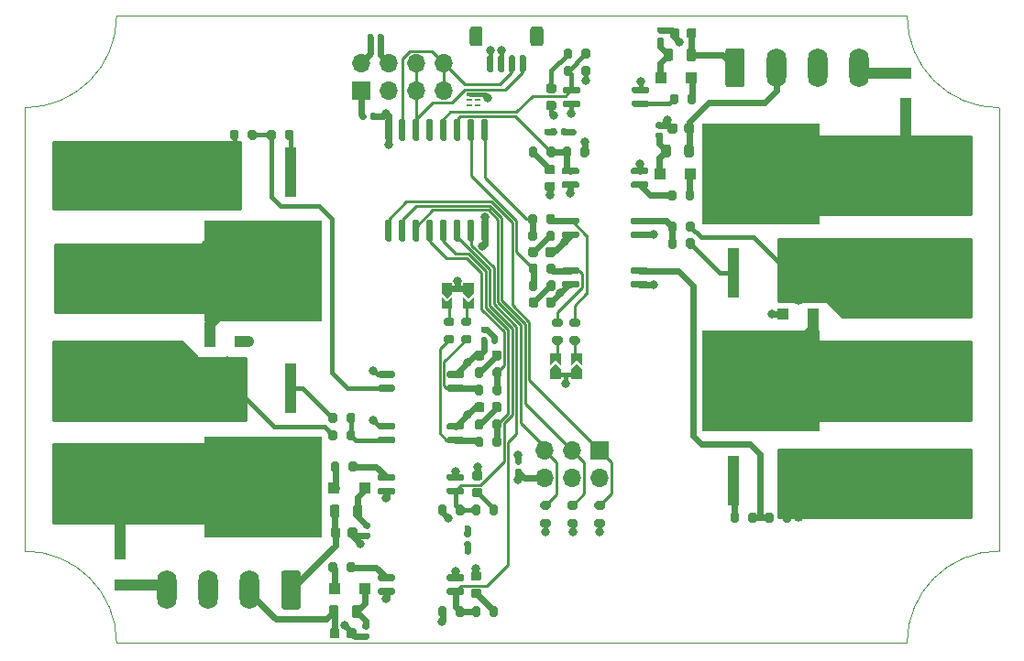
<source format=gbr>
%TF.GenerationSoftware,KiCad,Pcbnew,(5.1.8-0-10_14)*%
%TF.CreationDate,2020-11-30T14:10:51+01:00*%
%TF.ProjectId,FET_Multi,4645545f-4d75-46c7-9469-2e6b69636164,0.2.0*%
%TF.SameCoordinates,Original*%
%TF.FileFunction,Copper,L1,Top*%
%TF.FilePolarity,Positive*%
%FSLAX46Y46*%
G04 Gerber Fmt 4.6, Leading zero omitted, Abs format (unit mm)*
G04 Created by KiCad (PCBNEW (5.1.8-0-10_14)) date 2020-11-30 14:10:51*
%MOMM*%
%LPD*%
G01*
G04 APERTURE LIST*
%TA.AperFunction,Profile*%
%ADD10C,0.050000*%
%TD*%
%TA.AperFunction,ComponentPad*%
%ADD11O,4.000000X6.000000*%
%TD*%
%TA.AperFunction,SMDPad,CuDef*%
%ADD12R,0.625000X0.250000*%
%TD*%
%TA.AperFunction,SMDPad,CuDef*%
%ADD13R,0.700000X0.450000*%
%TD*%
%TA.AperFunction,SMDPad,CuDef*%
%ADD14R,0.575000X0.450000*%
%TD*%
%TA.AperFunction,SMDPad,CuDef*%
%ADD15C,0.100000*%
%TD*%
%TA.AperFunction,ComponentPad*%
%ADD16O,1.800000X3.600000*%
%TD*%
%TA.AperFunction,SMDPad,CuDef*%
%ADD17R,1.100000X1.100000*%
%TD*%
%TA.AperFunction,ComponentPad*%
%ADD18O,1.700000X1.700000*%
%TD*%
%TA.AperFunction,ComponentPad*%
%ADD19R,1.700000X1.700000*%
%TD*%
%TA.AperFunction,SMDPad,CuDef*%
%ADD20R,10.800000X9.400000*%
%TD*%
%TA.AperFunction,SMDPad,CuDef*%
%ADD21R,1.100000X4.600000*%
%TD*%
%TA.AperFunction,ViaPad*%
%ADD22C,0.800000*%
%TD*%
%TA.AperFunction,ViaPad*%
%ADD23C,0.600000*%
%TD*%
%TA.AperFunction,ViaPad*%
%ADD24C,1.000000*%
%TD*%
%TA.AperFunction,Conductor*%
%ADD25C,0.600000*%
%TD*%
%TA.AperFunction,Conductor*%
%ADD26C,0.400000*%
%TD*%
%TA.AperFunction,Conductor*%
%ADD27C,0.250000*%
%TD*%
%TA.AperFunction,Conductor*%
%ADD28C,1.000000*%
%TD*%
%TA.AperFunction,Conductor*%
%ADD29C,0.254000*%
%TD*%
%TA.AperFunction,Conductor*%
%ADD30C,0.100000*%
%TD*%
G04 APERTURE END LIST*
D10*
X89000000Y-65500000D02*
X89000000Y-106500000D01*
X170500000Y-115000000D02*
G75*
G02*
X179000000Y-106500000I8500000J0D01*
G01*
X89000000Y-106500000D02*
G75*
G02*
X97500000Y-115000000I0J-8500000D01*
G01*
X179000000Y-65500000D02*
G75*
G02*
X170500000Y-57000000I0J8500000D01*
G01*
X97500000Y-57000000D02*
G75*
G02*
X89000000Y-65500000I-8500000J0D01*
G01*
X179000000Y-106500000D02*
X179000000Y-65500000D01*
X170500000Y-115000000D02*
X97500000Y-115000000D01*
X170500000Y-57000000D02*
X97500000Y-57000000D01*
D11*
%TO.P,J103,4*%
%TO.N,/VOUT4*%
X168000000Y-71700000D03*
%TO.P,J103,3*%
%TO.N,/VIN4*%
X168000000Y-81200000D03*
%TO.P,J103,2*%
%TO.N,/VOUT3*%
X168000000Y-90700000D03*
%TO.P,J103,1*%
%TO.N,/VIN3*%
X168000000Y-100200000D03*
%TO.P,J103,4*%
%TO.N,/VOUT4*%
X173800000Y-71700000D03*
%TO.P,J103,3*%
%TO.N,/VIN4*%
X173800000Y-81200000D03*
%TO.P,J103,2*%
%TO.N,/VOUT3*%
X173800000Y-90700000D03*
%TO.P,J103,1*%
%TO.N,/VIN3*%
X173800000Y-100200000D03*
%TD*%
%TO.P,J102,4*%
%TO.N,/VOUT2*%
X99900000Y-100200000D03*
%TO.P,J102,3*%
%TO.N,/VIN2*%
X99900000Y-90700000D03*
%TO.P,J102,2*%
%TO.N,/VOUT1*%
X99900000Y-81200000D03*
%TO.P,J102,1*%
%TO.N,/VIN1*%
X99900000Y-71700000D03*
%TO.P,J102,4*%
%TO.N,/VOUT2*%
X94100000Y-100200000D03*
%TO.P,J102,3*%
%TO.N,/VIN2*%
X94100000Y-90700000D03*
%TO.P,J102,2*%
%TO.N,/VOUT1*%
X94100000Y-81200000D03*
%TO.P,J102,1*%
%TO.N,/VIN1*%
X94100000Y-71700000D03*
%TD*%
D12*
%TO.P,U106,2*%
%TO.N,/SCL*%
X130100000Y-63800000D03*
D13*
%TO.P,U106,3*%
%TO.N,GND*%
X130137500Y-64300000D03*
D12*
%TO.P,U106,1*%
%TO.N,/SDA*%
X130100000Y-63300000D03*
%TO.P,U106,4*%
%TO.N,N/C*%
X130100000Y-64800000D03*
%TO.P,U106,10*%
%TO.N,/SDA*%
X130875000Y-63300000D03*
%TO.P,U106,9*%
%TO.N,/SCL*%
X130875000Y-63800000D03*
%TO.P,U106,5*%
%TO.N,N/C*%
X130100000Y-65300000D03*
D14*
%TO.P,U106,8*%
%TO.N,GND*%
X130900000Y-64300000D03*
D12*
%TO.P,U106,6*%
%TO.N,N/C*%
X130875000Y-65300000D03*
%TO.P,U106,7*%
X130875000Y-64800000D03*
%TD*%
%TO.P,J104,MP*%
%TO.N,N/C*%
%TA.AperFunction,SMDPad,CuDef*%
G36*
G01*
X135700000Y-59550001D02*
X135700000Y-58249999D01*
G75*
G02*
X135949999Y-58000000I249999J0D01*
G01*
X136650001Y-58000000D01*
G75*
G02*
X136900000Y-58249999I0J-249999D01*
G01*
X136900000Y-59550001D01*
G75*
G02*
X136650001Y-59800000I-249999J0D01*
G01*
X135949999Y-59800000D01*
G75*
G02*
X135700000Y-59550001I0J249999D01*
G01*
G37*
%TD.AperFunction*%
%TA.AperFunction,SMDPad,CuDef*%
G36*
G01*
X130100000Y-59550001D02*
X130100000Y-58249999D01*
G75*
G02*
X130349999Y-58000000I249999J0D01*
G01*
X131050001Y-58000000D01*
G75*
G02*
X131300000Y-58249999I0J-249999D01*
G01*
X131300000Y-59550001D01*
G75*
G02*
X131050001Y-59800000I-249999J0D01*
G01*
X130349999Y-59800000D01*
G75*
G02*
X130100000Y-59550001I0J249999D01*
G01*
G37*
%TD.AperFunction*%
%TO.P,J104,4*%
%TO.N,/SCL*%
%TA.AperFunction,SMDPad,CuDef*%
G36*
G01*
X134700000Y-62050000D02*
X134700000Y-60800000D01*
G75*
G02*
X134850000Y-60650000I150000J0D01*
G01*
X135150000Y-60650000D01*
G75*
G02*
X135300000Y-60800000I0J-150000D01*
G01*
X135300000Y-62050000D01*
G75*
G02*
X135150000Y-62200000I-150000J0D01*
G01*
X134850000Y-62200000D01*
G75*
G02*
X134700000Y-62050000I0J150000D01*
G01*
G37*
%TD.AperFunction*%
%TO.P,J104,3*%
%TO.N,/SDA*%
%TA.AperFunction,SMDPad,CuDef*%
G36*
G01*
X133700000Y-62050000D02*
X133700000Y-60800000D01*
G75*
G02*
X133850000Y-60650000I150000J0D01*
G01*
X134150000Y-60650000D01*
G75*
G02*
X134300000Y-60800000I0J-150000D01*
G01*
X134300000Y-62050000D01*
G75*
G02*
X134150000Y-62200000I-150000J0D01*
G01*
X133850000Y-62200000D01*
G75*
G02*
X133700000Y-62050000I0J150000D01*
G01*
G37*
%TD.AperFunction*%
%TO.P,J104,2*%
%TO.N,+3V3*%
%TA.AperFunction,SMDPad,CuDef*%
G36*
G01*
X132700000Y-62050000D02*
X132700000Y-60800000D01*
G75*
G02*
X132850000Y-60650000I150000J0D01*
G01*
X133150000Y-60650000D01*
G75*
G02*
X133300000Y-60800000I0J-150000D01*
G01*
X133300000Y-62050000D01*
G75*
G02*
X133150000Y-62200000I-150000J0D01*
G01*
X132850000Y-62200000D01*
G75*
G02*
X132700000Y-62050000I0J150000D01*
G01*
G37*
%TD.AperFunction*%
%TO.P,J104,1*%
%TO.N,GND*%
%TA.AperFunction,SMDPad,CuDef*%
G36*
G01*
X131700000Y-62050000D02*
X131700000Y-60800000D01*
G75*
G02*
X131850000Y-60650000I150000J0D01*
G01*
X132150000Y-60650000D01*
G75*
G02*
X132300000Y-60800000I0J-150000D01*
G01*
X132300000Y-62050000D01*
G75*
G02*
X132150000Y-62200000I-150000J0D01*
G01*
X131850000Y-62200000D01*
G75*
G02*
X131700000Y-62050000I0J150000D01*
G01*
G37*
%TD.AperFunction*%
%TD*%
%TO.P,U304,4*%
%TO.N,+3V3*%
%TA.AperFunction,SMDPad,CuDef*%
G36*
G01*
X140325000Y-64985000D02*
X140325000Y-65285000D01*
G75*
G02*
X140175000Y-65435000I-150000J0D01*
G01*
X138850000Y-65435000D01*
G75*
G02*
X138700000Y-65285000I0J150000D01*
G01*
X138700000Y-64985000D01*
G75*
G02*
X138850000Y-64835000I150000J0D01*
G01*
X140175000Y-64835000D01*
G75*
G02*
X140325000Y-64985000I0J-150000D01*
G01*
G37*
%TD.AperFunction*%
%TO.P,U304,3*%
%TO.N,GPIO7*%
%TA.AperFunction,SMDPad,CuDef*%
G36*
G01*
X140325000Y-63715000D02*
X140325000Y-64015000D01*
G75*
G02*
X140175000Y-64165000I-150000J0D01*
G01*
X138850000Y-64165000D01*
G75*
G02*
X138700000Y-64015000I0J150000D01*
G01*
X138700000Y-63715000D01*
G75*
G02*
X138850000Y-63565000I150000J0D01*
G01*
X140175000Y-63565000D01*
G75*
G02*
X140325000Y-63715000I0J-150000D01*
G01*
G37*
%TD.AperFunction*%
%TO.P,U304,2*%
%TO.N,GND2*%
%TA.AperFunction,SMDPad,CuDef*%
G36*
G01*
X146700000Y-63715000D02*
X146700000Y-64015000D01*
G75*
G02*
X146550000Y-64165000I-150000J0D01*
G01*
X145225000Y-64165000D01*
G75*
G02*
X145075000Y-64015000I0J150000D01*
G01*
X145075000Y-63715000D01*
G75*
G02*
X145225000Y-63565000I150000J0D01*
G01*
X146550000Y-63565000D01*
G75*
G02*
X146700000Y-63715000I0J-150000D01*
G01*
G37*
%TD.AperFunction*%
%TO.P,U304,1*%
%TO.N,Net-(R306-Pad2)*%
%TA.AperFunction,SMDPad,CuDef*%
G36*
G01*
X146700000Y-64985000D02*
X146700000Y-65285000D01*
G75*
G02*
X146550000Y-65435000I-150000J0D01*
G01*
X145225000Y-65435000D01*
G75*
G02*
X145075000Y-65285000I0J150000D01*
G01*
X145075000Y-64985000D01*
G75*
G02*
X145225000Y-64835000I150000J0D01*
G01*
X146550000Y-64835000D01*
G75*
G02*
X146700000Y-64985000I0J-150000D01*
G01*
G37*
%TD.AperFunction*%
%TD*%
%TO.P,U303,4*%
%TO.N,+3V3*%
%TA.AperFunction,SMDPad,CuDef*%
G36*
G01*
X140225000Y-72485000D02*
X140225000Y-72785000D01*
G75*
G02*
X140075000Y-72935000I-150000J0D01*
G01*
X138750000Y-72935000D01*
G75*
G02*
X138600000Y-72785000I0J150000D01*
G01*
X138600000Y-72485000D01*
G75*
G02*
X138750000Y-72335000I150000J0D01*
G01*
X140075000Y-72335000D01*
G75*
G02*
X140225000Y-72485000I0J-150000D01*
G01*
G37*
%TD.AperFunction*%
%TO.P,U303,3*%
%TO.N,GPIO6*%
%TA.AperFunction,SMDPad,CuDef*%
G36*
G01*
X140225000Y-71215000D02*
X140225000Y-71515000D01*
G75*
G02*
X140075000Y-71665000I-150000J0D01*
G01*
X138750000Y-71665000D01*
G75*
G02*
X138600000Y-71515000I0J150000D01*
G01*
X138600000Y-71215000D01*
G75*
G02*
X138750000Y-71065000I150000J0D01*
G01*
X140075000Y-71065000D01*
G75*
G02*
X140225000Y-71215000I0J-150000D01*
G01*
G37*
%TD.AperFunction*%
%TO.P,U303,2*%
%TO.N,GND2*%
%TA.AperFunction,SMDPad,CuDef*%
G36*
G01*
X146600000Y-71215000D02*
X146600000Y-71515000D01*
G75*
G02*
X146450000Y-71665000I-150000J0D01*
G01*
X145125000Y-71665000D01*
G75*
G02*
X144975000Y-71515000I0J150000D01*
G01*
X144975000Y-71215000D01*
G75*
G02*
X145125000Y-71065000I150000J0D01*
G01*
X146450000Y-71065000D01*
G75*
G02*
X146600000Y-71215000I0J-150000D01*
G01*
G37*
%TD.AperFunction*%
%TO.P,U303,1*%
%TO.N,Net-(R308-Pad2)*%
%TA.AperFunction,SMDPad,CuDef*%
G36*
G01*
X146600000Y-72485000D02*
X146600000Y-72785000D01*
G75*
G02*
X146450000Y-72935000I-150000J0D01*
G01*
X145125000Y-72935000D01*
G75*
G02*
X144975000Y-72785000I0J150000D01*
G01*
X144975000Y-72485000D01*
G75*
G02*
X145125000Y-72335000I150000J0D01*
G01*
X146450000Y-72335000D01*
G75*
G02*
X146600000Y-72485000I0J-150000D01*
G01*
G37*
%TD.AperFunction*%
%TD*%
%TO.P,U302,4*%
%TO.N,+3V3*%
%TA.AperFunction,SMDPad,CuDef*%
G36*
G01*
X127975000Y-109115000D02*
X127975000Y-108815000D01*
G75*
G02*
X128125000Y-108665000I150000J0D01*
G01*
X129450000Y-108665000D01*
G75*
G02*
X129600000Y-108815000I0J-150000D01*
G01*
X129600000Y-109115000D01*
G75*
G02*
X129450000Y-109265000I-150000J0D01*
G01*
X128125000Y-109265000D01*
G75*
G02*
X127975000Y-109115000I0J150000D01*
G01*
G37*
%TD.AperFunction*%
%TO.P,U302,3*%
%TO.N,GPIO3*%
%TA.AperFunction,SMDPad,CuDef*%
G36*
G01*
X127975000Y-110385000D02*
X127975000Y-110085000D01*
G75*
G02*
X128125000Y-109935000I150000J0D01*
G01*
X129450000Y-109935000D01*
G75*
G02*
X129600000Y-110085000I0J-150000D01*
G01*
X129600000Y-110385000D01*
G75*
G02*
X129450000Y-110535000I-150000J0D01*
G01*
X128125000Y-110535000D01*
G75*
G02*
X127975000Y-110385000I0J150000D01*
G01*
G37*
%TD.AperFunction*%
%TO.P,U302,2*%
%TO.N,GND1*%
%TA.AperFunction,SMDPad,CuDef*%
G36*
G01*
X121600000Y-110385000D02*
X121600000Y-110085000D01*
G75*
G02*
X121750000Y-109935000I150000J0D01*
G01*
X123075000Y-109935000D01*
G75*
G02*
X123225000Y-110085000I0J-150000D01*
G01*
X123225000Y-110385000D01*
G75*
G02*
X123075000Y-110535000I-150000J0D01*
G01*
X121750000Y-110535000D01*
G75*
G02*
X121600000Y-110385000I0J150000D01*
G01*
G37*
%TD.AperFunction*%
%TO.P,U302,1*%
%TO.N,Net-(R304-Pad2)*%
%TA.AperFunction,SMDPad,CuDef*%
G36*
G01*
X121600000Y-109115000D02*
X121600000Y-108815000D01*
G75*
G02*
X121750000Y-108665000I150000J0D01*
G01*
X123075000Y-108665000D01*
G75*
G02*
X123225000Y-108815000I0J-150000D01*
G01*
X123225000Y-109115000D01*
G75*
G02*
X123075000Y-109265000I-150000J0D01*
G01*
X121750000Y-109265000D01*
G75*
G02*
X121600000Y-109115000I0J150000D01*
G01*
G37*
%TD.AperFunction*%
%TD*%
%TO.P,U301,4*%
%TO.N,+3V3*%
%TA.AperFunction,SMDPad,CuDef*%
G36*
G01*
X127975000Y-99825000D02*
X127975000Y-99525000D01*
G75*
G02*
X128125000Y-99375000I150000J0D01*
G01*
X129450000Y-99375000D01*
G75*
G02*
X129600000Y-99525000I0J-150000D01*
G01*
X129600000Y-99825000D01*
G75*
G02*
X129450000Y-99975000I-150000J0D01*
G01*
X128125000Y-99975000D01*
G75*
G02*
X127975000Y-99825000I0J150000D01*
G01*
G37*
%TD.AperFunction*%
%TO.P,U301,3*%
%TO.N,GPIO2*%
%TA.AperFunction,SMDPad,CuDef*%
G36*
G01*
X127975000Y-101095000D02*
X127975000Y-100795000D01*
G75*
G02*
X128125000Y-100645000I150000J0D01*
G01*
X129450000Y-100645000D01*
G75*
G02*
X129600000Y-100795000I0J-150000D01*
G01*
X129600000Y-101095000D01*
G75*
G02*
X129450000Y-101245000I-150000J0D01*
G01*
X128125000Y-101245000D01*
G75*
G02*
X127975000Y-101095000I0J150000D01*
G01*
G37*
%TD.AperFunction*%
%TO.P,U301,2*%
%TO.N,GND1*%
%TA.AperFunction,SMDPad,CuDef*%
G36*
G01*
X121600000Y-101095000D02*
X121600000Y-100795000D01*
G75*
G02*
X121750000Y-100645000I150000J0D01*
G01*
X123075000Y-100645000D01*
G75*
G02*
X123225000Y-100795000I0J-150000D01*
G01*
X123225000Y-101095000D01*
G75*
G02*
X123075000Y-101245000I-150000J0D01*
G01*
X121750000Y-101245000D01*
G75*
G02*
X121600000Y-101095000I0J150000D01*
G01*
G37*
%TD.AperFunction*%
%TO.P,U301,1*%
%TO.N,Net-(R302-Pad2)*%
%TA.AperFunction,SMDPad,CuDef*%
G36*
G01*
X121600000Y-99825000D02*
X121600000Y-99525000D01*
G75*
G02*
X121750000Y-99375000I150000J0D01*
G01*
X123075000Y-99375000D01*
G75*
G02*
X123225000Y-99525000I0J-150000D01*
G01*
X123225000Y-99825000D01*
G75*
G02*
X123075000Y-99975000I-150000J0D01*
G01*
X121750000Y-99975000D01*
G75*
G02*
X121600000Y-99825000I0J150000D01*
G01*
G37*
%TD.AperFunction*%
%TD*%
%TO.P,R312,2*%
%TO.N,Net-(D307-Pad2)*%
%TA.AperFunction,SMDPad,CuDef*%
G36*
G01*
X139575000Y-60225000D02*
X139575000Y-60775000D01*
G75*
G02*
X139375000Y-60975000I-200000J0D01*
G01*
X138975000Y-60975000D01*
G75*
G02*
X138775000Y-60775000I0J200000D01*
G01*
X138775000Y-60225000D01*
G75*
G02*
X138975000Y-60025000I200000J0D01*
G01*
X139375000Y-60025000D01*
G75*
G02*
X139575000Y-60225000I0J-200000D01*
G01*
G37*
%TD.AperFunction*%
%TO.P,R312,1*%
%TO.N,GPIO7*%
%TA.AperFunction,SMDPad,CuDef*%
G36*
G01*
X141225000Y-60225000D02*
X141225000Y-60775000D01*
G75*
G02*
X141025000Y-60975000I-200000J0D01*
G01*
X140625000Y-60975000D01*
G75*
G02*
X140425000Y-60775000I0J200000D01*
G01*
X140425000Y-60225000D01*
G75*
G02*
X140625000Y-60025000I200000J0D01*
G01*
X141025000Y-60025000D01*
G75*
G02*
X141225000Y-60225000I0J-200000D01*
G01*
G37*
%TD.AperFunction*%
%TD*%
%TO.P,R311,2*%
%TO.N,Net-(D305-Pad2)*%
%TA.AperFunction,SMDPad,CuDef*%
G36*
G01*
X136375000Y-69325000D02*
X136375000Y-69875000D01*
G75*
G02*
X136175000Y-70075000I-200000J0D01*
G01*
X135775000Y-70075000D01*
G75*
G02*
X135575000Y-69875000I0J200000D01*
G01*
X135575000Y-69325000D01*
G75*
G02*
X135775000Y-69125000I200000J0D01*
G01*
X136175000Y-69125000D01*
G75*
G02*
X136375000Y-69325000I0J-200000D01*
G01*
G37*
%TD.AperFunction*%
%TO.P,R311,1*%
%TO.N,GPIO6*%
%TA.AperFunction,SMDPad,CuDef*%
G36*
G01*
X138025000Y-69325000D02*
X138025000Y-69875000D01*
G75*
G02*
X137825000Y-70075000I-200000J0D01*
G01*
X137425000Y-70075000D01*
G75*
G02*
X137225000Y-69875000I0J200000D01*
G01*
X137225000Y-69325000D01*
G75*
G02*
X137425000Y-69125000I200000J0D01*
G01*
X137825000Y-69125000D01*
G75*
G02*
X138025000Y-69325000I0J-200000D01*
G01*
G37*
%TD.AperFunction*%
%TD*%
%TO.P,R310,2*%
%TO.N,GPIO7*%
%TA.AperFunction,SMDPad,CuDef*%
G36*
G01*
X139575000Y-61825000D02*
X139575000Y-62375000D01*
G75*
G02*
X139375000Y-62575000I-200000J0D01*
G01*
X138975000Y-62575000D01*
G75*
G02*
X138775000Y-62375000I0J200000D01*
G01*
X138775000Y-61825000D01*
G75*
G02*
X138975000Y-61625000I200000J0D01*
G01*
X139375000Y-61625000D01*
G75*
G02*
X139575000Y-61825000I0J-200000D01*
G01*
G37*
%TD.AperFunction*%
%TO.P,R310,1*%
%TO.N,GND*%
%TA.AperFunction,SMDPad,CuDef*%
G36*
G01*
X141225000Y-61825000D02*
X141225000Y-62375000D01*
G75*
G02*
X141025000Y-62575000I-200000J0D01*
G01*
X140625000Y-62575000D01*
G75*
G02*
X140425000Y-62375000I0J200000D01*
G01*
X140425000Y-61825000D01*
G75*
G02*
X140625000Y-61625000I200000J0D01*
G01*
X141025000Y-61625000D01*
G75*
G02*
X141225000Y-61825000I0J-200000D01*
G01*
G37*
%TD.AperFunction*%
%TD*%
%TO.P,R309,2*%
%TO.N,GPIO6*%
%TA.AperFunction,SMDPad,CuDef*%
G36*
G01*
X139475000Y-69325000D02*
X139475000Y-69875000D01*
G75*
G02*
X139275000Y-70075000I-200000J0D01*
G01*
X138875000Y-70075000D01*
G75*
G02*
X138675000Y-69875000I0J200000D01*
G01*
X138675000Y-69325000D01*
G75*
G02*
X138875000Y-69125000I200000J0D01*
G01*
X139275000Y-69125000D01*
G75*
G02*
X139475000Y-69325000I0J-200000D01*
G01*
G37*
%TD.AperFunction*%
%TO.P,R309,1*%
%TO.N,GND*%
%TA.AperFunction,SMDPad,CuDef*%
G36*
G01*
X141125000Y-69325000D02*
X141125000Y-69875000D01*
G75*
G02*
X140925000Y-70075000I-200000J0D01*
G01*
X140525000Y-70075000D01*
G75*
G02*
X140325000Y-69875000I0J200000D01*
G01*
X140325000Y-69325000D01*
G75*
G02*
X140525000Y-69125000I200000J0D01*
G01*
X140925000Y-69125000D01*
G75*
G02*
X141125000Y-69325000I0J-200000D01*
G01*
G37*
%TD.AperFunction*%
%TD*%
%TO.P,R307,2*%
%TO.N,Net-(D303-Pad2)*%
%TA.AperFunction,SMDPad,CuDef*%
G36*
G01*
X131925000Y-112375000D02*
X131925000Y-111825000D01*
G75*
G02*
X132125000Y-111625000I200000J0D01*
G01*
X132525000Y-111625000D01*
G75*
G02*
X132725000Y-111825000I0J-200000D01*
G01*
X132725000Y-112375000D01*
G75*
G02*
X132525000Y-112575000I-200000J0D01*
G01*
X132125000Y-112575000D01*
G75*
G02*
X131925000Y-112375000I0J200000D01*
G01*
G37*
%TD.AperFunction*%
%TO.P,R307,1*%
%TO.N,GPIO3*%
%TA.AperFunction,SMDPad,CuDef*%
G36*
G01*
X130275000Y-112375000D02*
X130275000Y-111825000D01*
G75*
G02*
X130475000Y-111625000I200000J0D01*
G01*
X130875000Y-111625000D01*
G75*
G02*
X131075000Y-111825000I0J-200000D01*
G01*
X131075000Y-112375000D01*
G75*
G02*
X130875000Y-112575000I-200000J0D01*
G01*
X130475000Y-112575000D01*
G75*
G02*
X130275000Y-112375000I0J200000D01*
G01*
G37*
%TD.AperFunction*%
%TD*%
%TO.P,R305,2*%
%TO.N,Net-(D301-Pad2)*%
%TA.AperFunction,SMDPad,CuDef*%
G36*
G01*
X131925000Y-102975000D02*
X131925000Y-102425000D01*
G75*
G02*
X132125000Y-102225000I200000J0D01*
G01*
X132525000Y-102225000D01*
G75*
G02*
X132725000Y-102425000I0J-200000D01*
G01*
X132725000Y-102975000D01*
G75*
G02*
X132525000Y-103175000I-200000J0D01*
G01*
X132125000Y-103175000D01*
G75*
G02*
X131925000Y-102975000I0J200000D01*
G01*
G37*
%TD.AperFunction*%
%TO.P,R305,1*%
%TO.N,GPIO2*%
%TA.AperFunction,SMDPad,CuDef*%
G36*
G01*
X130275000Y-102975000D02*
X130275000Y-102425000D01*
G75*
G02*
X130475000Y-102225000I200000J0D01*
G01*
X130875000Y-102225000D01*
G75*
G02*
X131075000Y-102425000I0J-200000D01*
G01*
X131075000Y-102975000D01*
G75*
G02*
X130875000Y-103175000I-200000J0D01*
G01*
X130475000Y-103175000D01*
G75*
G02*
X130275000Y-102975000I0J200000D01*
G01*
G37*
%TD.AperFunction*%
%TD*%
%TO.P,R303,2*%
%TO.N,GPIO3*%
%TA.AperFunction,SMDPad,CuDef*%
G36*
G01*
X128825000Y-112375000D02*
X128825000Y-111825000D01*
G75*
G02*
X129025000Y-111625000I200000J0D01*
G01*
X129425000Y-111625000D01*
G75*
G02*
X129625000Y-111825000I0J-200000D01*
G01*
X129625000Y-112375000D01*
G75*
G02*
X129425000Y-112575000I-200000J0D01*
G01*
X129025000Y-112575000D01*
G75*
G02*
X128825000Y-112375000I0J200000D01*
G01*
G37*
%TD.AperFunction*%
%TO.P,R303,1*%
%TO.N,GND*%
%TA.AperFunction,SMDPad,CuDef*%
G36*
G01*
X127175000Y-112375000D02*
X127175000Y-111825000D01*
G75*
G02*
X127375000Y-111625000I200000J0D01*
G01*
X127775000Y-111625000D01*
G75*
G02*
X127975000Y-111825000I0J-200000D01*
G01*
X127975000Y-112375000D01*
G75*
G02*
X127775000Y-112575000I-200000J0D01*
G01*
X127375000Y-112575000D01*
G75*
G02*
X127175000Y-112375000I0J200000D01*
G01*
G37*
%TD.AperFunction*%
%TD*%
%TO.P,R301,2*%
%TO.N,GPIO2*%
%TA.AperFunction,SMDPad,CuDef*%
G36*
G01*
X128825000Y-102975000D02*
X128825000Y-102425000D01*
G75*
G02*
X129025000Y-102225000I200000J0D01*
G01*
X129425000Y-102225000D01*
G75*
G02*
X129625000Y-102425000I0J-200000D01*
G01*
X129625000Y-102975000D01*
G75*
G02*
X129425000Y-103175000I-200000J0D01*
G01*
X129025000Y-103175000D01*
G75*
G02*
X128825000Y-102975000I0J200000D01*
G01*
G37*
%TD.AperFunction*%
%TO.P,R301,1*%
%TO.N,GND*%
%TA.AperFunction,SMDPad,CuDef*%
G36*
G01*
X127175000Y-102975000D02*
X127175000Y-102425000D01*
G75*
G02*
X127375000Y-102225000I200000J0D01*
G01*
X127775000Y-102225000D01*
G75*
G02*
X127975000Y-102425000I0J-200000D01*
G01*
X127975000Y-102975000D01*
G75*
G02*
X127775000Y-103175000I-200000J0D01*
G01*
X127375000Y-103175000D01*
G75*
G02*
X127175000Y-102975000I0J200000D01*
G01*
G37*
%TD.AperFunction*%
%TD*%
%TO.P,D307,2*%
%TO.N,Net-(D307-Pad2)*%
%TA.AperFunction,SMDPad,CuDef*%
G36*
G01*
X137881250Y-64150000D02*
X137368750Y-64150000D01*
G75*
G02*
X137150000Y-63931250I0J218750D01*
G01*
X137150000Y-63493750D01*
G75*
G02*
X137368750Y-63275000I218750J0D01*
G01*
X137881250Y-63275000D01*
G75*
G02*
X138100000Y-63493750I0J-218750D01*
G01*
X138100000Y-63931250D01*
G75*
G02*
X137881250Y-64150000I-218750J0D01*
G01*
G37*
%TD.AperFunction*%
%TO.P,D307,1*%
%TO.N,GND*%
%TA.AperFunction,SMDPad,CuDef*%
G36*
G01*
X137881250Y-65725000D02*
X137368750Y-65725000D01*
G75*
G02*
X137150000Y-65506250I0J218750D01*
G01*
X137150000Y-65068750D01*
G75*
G02*
X137368750Y-64850000I218750J0D01*
G01*
X137881250Y-64850000D01*
G75*
G02*
X138100000Y-65068750I0J-218750D01*
G01*
X138100000Y-65506250D01*
G75*
G02*
X137881250Y-65725000I-218750J0D01*
G01*
G37*
%TD.AperFunction*%
%TD*%
%TO.P,D305,2*%
%TO.N,Net-(D305-Pad2)*%
%TA.AperFunction,SMDPad,CuDef*%
G36*
G01*
X137756250Y-71650000D02*
X137243750Y-71650000D01*
G75*
G02*
X137025000Y-71431250I0J218750D01*
G01*
X137025000Y-70993750D01*
G75*
G02*
X137243750Y-70775000I218750J0D01*
G01*
X137756250Y-70775000D01*
G75*
G02*
X137975000Y-70993750I0J-218750D01*
G01*
X137975000Y-71431250D01*
G75*
G02*
X137756250Y-71650000I-218750J0D01*
G01*
G37*
%TD.AperFunction*%
%TO.P,D305,1*%
%TO.N,GND*%
%TA.AperFunction,SMDPad,CuDef*%
G36*
G01*
X137756250Y-73225000D02*
X137243750Y-73225000D01*
G75*
G02*
X137025000Y-73006250I0J218750D01*
G01*
X137025000Y-72568750D01*
G75*
G02*
X137243750Y-72350000I218750J0D01*
G01*
X137756250Y-72350000D01*
G75*
G02*
X137975000Y-72568750I0J-218750D01*
G01*
X137975000Y-73006250D01*
G75*
G02*
X137756250Y-73225000I-218750J0D01*
G01*
G37*
%TD.AperFunction*%
%TD*%
%TO.P,D303,2*%
%TO.N,Net-(D303-Pad2)*%
%TA.AperFunction,SMDPad,CuDef*%
G36*
G01*
X130443750Y-109950000D02*
X130956250Y-109950000D01*
G75*
G02*
X131175000Y-110168750I0J-218750D01*
G01*
X131175000Y-110606250D01*
G75*
G02*
X130956250Y-110825000I-218750J0D01*
G01*
X130443750Y-110825000D01*
G75*
G02*
X130225000Y-110606250I0J218750D01*
G01*
X130225000Y-110168750D01*
G75*
G02*
X130443750Y-109950000I218750J0D01*
G01*
G37*
%TD.AperFunction*%
%TO.P,D303,1*%
%TO.N,GND*%
%TA.AperFunction,SMDPad,CuDef*%
G36*
G01*
X130443750Y-108375000D02*
X130956250Y-108375000D01*
G75*
G02*
X131175000Y-108593750I0J-218750D01*
G01*
X131175000Y-109031250D01*
G75*
G02*
X130956250Y-109250000I-218750J0D01*
G01*
X130443750Y-109250000D01*
G75*
G02*
X130225000Y-109031250I0J218750D01*
G01*
X130225000Y-108593750D01*
G75*
G02*
X130443750Y-108375000I218750J0D01*
G01*
G37*
%TD.AperFunction*%
%TD*%
%TO.P,C1006,2*%
%TO.N,+3V3*%
%TA.AperFunction,SMDPad,CuDef*%
G36*
G01*
X138500000Y-67870000D02*
X138500000Y-67530000D01*
G75*
G02*
X138640000Y-67390000I140000J0D01*
G01*
X138920000Y-67390000D01*
G75*
G02*
X139060000Y-67530000I0J-140000D01*
G01*
X139060000Y-67870000D01*
G75*
G02*
X138920000Y-68010000I-140000J0D01*
G01*
X138640000Y-68010000D01*
G75*
G02*
X138500000Y-67870000I0J140000D01*
G01*
G37*
%TD.AperFunction*%
%TO.P,C1006,1*%
%TO.N,GND*%
%TA.AperFunction,SMDPad,CuDef*%
G36*
G01*
X137540000Y-67870000D02*
X137540000Y-67530000D01*
G75*
G02*
X137680000Y-67390000I140000J0D01*
G01*
X137960000Y-67390000D01*
G75*
G02*
X138100000Y-67530000I0J-140000D01*
G01*
X138100000Y-67870000D01*
G75*
G02*
X137960000Y-68010000I-140000J0D01*
G01*
X137680000Y-68010000D01*
G75*
G02*
X137540000Y-67870000I0J140000D01*
G01*
G37*
%TD.AperFunction*%
%TD*%
%TO.P,C1005,2*%
%TO.N,+3V3*%
%TA.AperFunction,SMDPad,CuDef*%
G36*
G01*
X120900000Y-66470000D02*
X120900000Y-66130000D01*
G75*
G02*
X121040000Y-65990000I140000J0D01*
G01*
X121320000Y-65990000D01*
G75*
G02*
X121460000Y-66130000I0J-140000D01*
G01*
X121460000Y-66470000D01*
G75*
G02*
X121320000Y-66610000I-140000J0D01*
G01*
X121040000Y-66610000D01*
G75*
G02*
X120900000Y-66470000I0J140000D01*
G01*
G37*
%TD.AperFunction*%
%TO.P,C1005,1*%
%TO.N,GND*%
%TA.AperFunction,SMDPad,CuDef*%
G36*
G01*
X119940000Y-66470000D02*
X119940000Y-66130000D01*
G75*
G02*
X120080000Y-65990000I140000J0D01*
G01*
X120360000Y-65990000D01*
G75*
G02*
X120500000Y-66130000I0J-140000D01*
G01*
X120500000Y-66470000D01*
G75*
G02*
X120360000Y-66610000I-140000J0D01*
G01*
X120080000Y-66610000D01*
G75*
G02*
X119940000Y-66470000I0J140000D01*
G01*
G37*
%TD.AperFunction*%
%TD*%
%TO.P,C1004,2*%
%TO.N,+3V3*%
%TA.AperFunction,SMDPad,CuDef*%
G36*
G01*
X121600000Y-59170000D02*
X121600000Y-58830000D01*
G75*
G02*
X121740000Y-58690000I140000J0D01*
G01*
X122020000Y-58690000D01*
G75*
G02*
X122160000Y-58830000I0J-140000D01*
G01*
X122160000Y-59170000D01*
G75*
G02*
X122020000Y-59310000I-140000J0D01*
G01*
X121740000Y-59310000D01*
G75*
G02*
X121600000Y-59170000I0J140000D01*
G01*
G37*
%TD.AperFunction*%
%TO.P,C1004,1*%
%TO.N,GND*%
%TA.AperFunction,SMDPad,CuDef*%
G36*
G01*
X120640000Y-59170000D02*
X120640000Y-58830000D01*
G75*
G02*
X120780000Y-58690000I140000J0D01*
G01*
X121060000Y-58690000D01*
G75*
G02*
X121200000Y-58830000I0J-140000D01*
G01*
X121200000Y-59170000D01*
G75*
G02*
X121060000Y-59310000I-140000J0D01*
G01*
X120780000Y-59310000D01*
G75*
G02*
X120640000Y-59170000I0J140000D01*
G01*
G37*
%TD.AperFunction*%
%TD*%
%TO.P,C1003,2*%
%TO.N,+3V3*%
%TA.AperFunction,SMDPad,CuDef*%
G36*
G01*
X134430000Y-98900000D02*
X134770000Y-98900000D01*
G75*
G02*
X134910000Y-99040000I0J-140000D01*
G01*
X134910000Y-99320000D01*
G75*
G02*
X134770000Y-99460000I-140000J0D01*
G01*
X134430000Y-99460000D01*
G75*
G02*
X134290000Y-99320000I0J140000D01*
G01*
X134290000Y-99040000D01*
G75*
G02*
X134430000Y-98900000I140000J0D01*
G01*
G37*
%TD.AperFunction*%
%TO.P,C1003,1*%
%TO.N,GND*%
%TA.AperFunction,SMDPad,CuDef*%
G36*
G01*
X134430000Y-97940000D02*
X134770000Y-97940000D01*
G75*
G02*
X134910000Y-98080000I0J-140000D01*
G01*
X134910000Y-98360000D01*
G75*
G02*
X134770000Y-98500000I-140000J0D01*
G01*
X134430000Y-98500000D01*
G75*
G02*
X134290000Y-98360000I0J140000D01*
G01*
X134290000Y-98080000D01*
G75*
G02*
X134430000Y-97940000I140000J0D01*
G01*
G37*
%TD.AperFunction*%
%TD*%
%TO.P,C1002,2*%
%TO.N,+3V3*%
%TA.AperFunction,SMDPad,CuDef*%
G36*
G01*
X132100000Y-87170000D02*
X132100000Y-86830000D01*
G75*
G02*
X132240000Y-86690000I140000J0D01*
G01*
X132520000Y-86690000D01*
G75*
G02*
X132660000Y-86830000I0J-140000D01*
G01*
X132660000Y-87170000D01*
G75*
G02*
X132520000Y-87310000I-140000J0D01*
G01*
X132240000Y-87310000D01*
G75*
G02*
X132100000Y-87170000I0J140000D01*
G01*
G37*
%TD.AperFunction*%
%TO.P,C1002,1*%
%TO.N,GND*%
%TA.AperFunction,SMDPad,CuDef*%
G36*
G01*
X131140000Y-87170000D02*
X131140000Y-86830000D01*
G75*
G02*
X131280000Y-86690000I140000J0D01*
G01*
X131560000Y-86690000D01*
G75*
G02*
X131700000Y-86830000I0J-140000D01*
G01*
X131700000Y-87170000D01*
G75*
G02*
X131560000Y-87310000I-140000J0D01*
G01*
X131280000Y-87310000D01*
G75*
G02*
X131140000Y-87170000I0J140000D01*
G01*
G37*
%TD.AperFunction*%
%TD*%
%TO.P,C1001,2*%
%TO.N,+3V3*%
%TA.AperFunction,SMDPad,CuDef*%
G36*
G01*
X130070000Y-105200000D02*
X129730000Y-105200000D01*
G75*
G02*
X129590000Y-105060000I0J140000D01*
G01*
X129590000Y-104780000D01*
G75*
G02*
X129730000Y-104640000I140000J0D01*
G01*
X130070000Y-104640000D01*
G75*
G02*
X130210000Y-104780000I0J-140000D01*
G01*
X130210000Y-105060000D01*
G75*
G02*
X130070000Y-105200000I-140000J0D01*
G01*
G37*
%TD.AperFunction*%
%TO.P,C1001,1*%
%TO.N,GND*%
%TA.AperFunction,SMDPad,CuDef*%
G36*
G01*
X130070000Y-106160000D02*
X129730000Y-106160000D01*
G75*
G02*
X129590000Y-106020000I0J140000D01*
G01*
X129590000Y-105740000D01*
G75*
G02*
X129730000Y-105600000I140000J0D01*
G01*
X130070000Y-105600000D01*
G75*
G02*
X130210000Y-105740000I0J-140000D01*
G01*
X130210000Y-106020000D01*
G75*
G02*
X130070000Y-106160000I-140000J0D01*
G01*
G37*
%TD.AperFunction*%
%TD*%
%TA.AperFunction,SMDPad,CuDef*%
D15*
%TO.P,J109,2*%
%TO.N,Net-(J109-Pad2)*%
G36*
X140500000Y-88200000D02*
G01*
X140500000Y-89350000D01*
X140000000Y-88850000D01*
X139500000Y-89350000D01*
X139500000Y-88200000D01*
X140500000Y-88200000D01*
G37*
%TD.AperFunction*%
%TA.AperFunction,SMDPad,CuDef*%
%TO.P,J109,1*%
%TO.N,+3V3*%
G36*
X140000000Y-89125000D02*
G01*
X140500000Y-89625000D01*
X140500000Y-90625000D01*
X139500000Y-90625000D01*
X139500000Y-89625000D01*
X140000000Y-89125000D01*
G37*
%TD.AperFunction*%
%TD*%
%TA.AperFunction,SMDPad,CuDef*%
%TO.P,J110,2*%
%TO.N,Net-(J110-Pad2)*%
G36*
X138500000Y-88200000D02*
G01*
X138500000Y-89350000D01*
X138000000Y-88850000D01*
X137500000Y-89350000D01*
X137500000Y-88200000D01*
X138500000Y-88200000D01*
G37*
%TD.AperFunction*%
%TA.AperFunction,SMDPad,CuDef*%
%TO.P,J110,1*%
%TO.N,+3V3*%
G36*
X138000000Y-89125000D02*
G01*
X138500000Y-89625000D01*
X138500000Y-90625000D01*
X137500000Y-90625000D01*
X137500000Y-89625000D01*
X138000000Y-89125000D01*
G37*
%TD.AperFunction*%
%TD*%
%TA.AperFunction,SMDPad,CuDef*%
%TO.P,J108,2*%
%TO.N,Net-(J108-Pad2)*%
G36*
X127500000Y-84100000D02*
G01*
X127500000Y-82950000D01*
X128000000Y-83450000D01*
X128500000Y-82950000D01*
X128500000Y-84100000D01*
X127500000Y-84100000D01*
G37*
%TD.AperFunction*%
%TA.AperFunction,SMDPad,CuDef*%
%TO.P,J108,1*%
%TO.N,+3V3*%
G36*
X128000000Y-83175000D02*
G01*
X127500000Y-82675000D01*
X127500000Y-81675000D01*
X128500000Y-81675000D01*
X128500000Y-82675000D01*
X128000000Y-83175000D01*
G37*
%TD.AperFunction*%
%TD*%
%TA.AperFunction,SMDPad,CuDef*%
%TO.P,J107,2*%
%TO.N,Net-(J107-Pad2)*%
G36*
X129500000Y-84100000D02*
G01*
X129500000Y-82950000D01*
X130000000Y-83450000D01*
X130500000Y-82950000D01*
X130500000Y-84100000D01*
X129500000Y-84100000D01*
G37*
%TD.AperFunction*%
%TA.AperFunction,SMDPad,CuDef*%
%TO.P,J107,1*%
%TO.N,+3V3*%
G36*
X130000000Y-83175000D02*
G01*
X129500000Y-82675000D01*
X129500000Y-81675000D01*
X130500000Y-81675000D01*
X130500000Y-82675000D01*
X130000000Y-83175000D01*
G37*
%TD.AperFunction*%
%TD*%
%TO.P,R121,2*%
%TO.N,Net-(R106-Pad1)*%
%TA.AperFunction,SMDPad,CuDef*%
G36*
G01*
X127925000Y-86525000D02*
X128475000Y-86525000D01*
G75*
G02*
X128675000Y-86725000I0J-200000D01*
G01*
X128675000Y-87125000D01*
G75*
G02*
X128475000Y-87325000I-200000J0D01*
G01*
X127925000Y-87325000D01*
G75*
G02*
X127725000Y-87125000I0J200000D01*
G01*
X127725000Y-86725000D01*
G75*
G02*
X127925000Y-86525000I200000J0D01*
G01*
G37*
%TD.AperFunction*%
%TO.P,R121,1*%
%TO.N,Net-(J108-Pad2)*%
%TA.AperFunction,SMDPad,CuDef*%
G36*
G01*
X127925000Y-84875000D02*
X128475000Y-84875000D01*
G75*
G02*
X128675000Y-85075000I0J-200000D01*
G01*
X128675000Y-85475000D01*
G75*
G02*
X128475000Y-85675000I-200000J0D01*
G01*
X127925000Y-85675000D01*
G75*
G02*
X127725000Y-85475000I0J200000D01*
G01*
X127725000Y-85075000D01*
G75*
G02*
X127925000Y-84875000I200000J0D01*
G01*
G37*
%TD.AperFunction*%
%TD*%
%TO.P,R120,2*%
%TO.N,Net-(R102-Pad1)*%
%TA.AperFunction,SMDPad,CuDef*%
G36*
G01*
X129525000Y-86525000D02*
X130075000Y-86525000D01*
G75*
G02*
X130275000Y-86725000I0J-200000D01*
G01*
X130275000Y-87125000D01*
G75*
G02*
X130075000Y-87325000I-200000J0D01*
G01*
X129525000Y-87325000D01*
G75*
G02*
X129325000Y-87125000I0J200000D01*
G01*
X129325000Y-86725000D01*
G75*
G02*
X129525000Y-86525000I200000J0D01*
G01*
G37*
%TD.AperFunction*%
%TO.P,R120,1*%
%TO.N,Net-(J107-Pad2)*%
%TA.AperFunction,SMDPad,CuDef*%
G36*
G01*
X129525000Y-84875000D02*
X130075000Y-84875000D01*
G75*
G02*
X130275000Y-85075000I0J-200000D01*
G01*
X130275000Y-85475000D01*
G75*
G02*
X130075000Y-85675000I-200000J0D01*
G01*
X129525000Y-85675000D01*
G75*
G02*
X129325000Y-85475000I0J200000D01*
G01*
X129325000Y-85075000D01*
G75*
G02*
X129525000Y-84875000I200000J0D01*
G01*
G37*
%TD.AperFunction*%
%TD*%
D16*
%TO.P,J303,4*%
%TO.N,GND2*%
X166030000Y-61800000D03*
%TO.P,J303,3*%
X162220000Y-61800000D03*
%TO.P,J303,2*%
%TO.N,/Opto Input/ISO_IN_4*%
X158410000Y-61800000D03*
%TO.P,J303,1*%
%TO.N,/Opto Input/ISO_IN_3*%
%TA.AperFunction,ComponentPad*%
G36*
G01*
X153700000Y-63350000D02*
X153700000Y-60250000D01*
G75*
G02*
X153950000Y-60000000I250000J0D01*
G01*
X155250000Y-60000000D01*
G75*
G02*
X155500000Y-60250000I0J-250000D01*
G01*
X155500000Y-63350000D01*
G75*
G02*
X155250000Y-63600000I-250000J0D01*
G01*
X153950000Y-63600000D01*
G75*
G02*
X153700000Y-63350000I0J250000D01*
G01*
G37*
%TD.AperFunction*%
%TD*%
%TO.P,J302,4*%
%TO.N,GND1*%
X102170000Y-110100000D03*
%TO.P,J302,3*%
X105980000Y-110100000D03*
%TO.P,J302,2*%
%TO.N,/Opto Input/ISO_IN_2*%
X109790000Y-110100000D03*
%TO.P,J302,1*%
%TO.N,/Opto Input/ISO_IN_1*%
%TA.AperFunction,ComponentPad*%
G36*
G01*
X114500000Y-108550000D02*
X114500000Y-111650000D01*
G75*
G02*
X114250000Y-111900000I-250000J0D01*
G01*
X112950000Y-111900000D01*
G75*
G02*
X112700000Y-111650000I0J250000D01*
G01*
X112700000Y-108550000D01*
G75*
G02*
X112950000Y-108300000I250000J0D01*
G01*
X114250000Y-108300000D01*
G75*
G02*
X114500000Y-108550000I0J-250000D01*
G01*
G37*
%TD.AperFunction*%
%TD*%
%TO.P,R308,2*%
%TO.N,Net-(R308-Pad2)*%
%TA.AperFunction,SMDPad,CuDef*%
G36*
G01*
X149175000Y-73325000D02*
X149175000Y-73875000D01*
G75*
G02*
X148975000Y-74075000I-200000J0D01*
G01*
X148575000Y-74075000D01*
G75*
G02*
X148375000Y-73875000I0J200000D01*
G01*
X148375000Y-73325000D01*
G75*
G02*
X148575000Y-73125000I200000J0D01*
G01*
X148975000Y-73125000D01*
G75*
G02*
X149175000Y-73325000I0J-200000D01*
G01*
G37*
%TD.AperFunction*%
%TO.P,R308,1*%
%TO.N,Net-(D308-Pad1)*%
%TA.AperFunction,SMDPad,CuDef*%
G36*
G01*
X150825000Y-73325000D02*
X150825000Y-73875000D01*
G75*
G02*
X150625000Y-74075000I-200000J0D01*
G01*
X150225000Y-74075000D01*
G75*
G02*
X150025000Y-73875000I0J200000D01*
G01*
X150025000Y-73325000D01*
G75*
G02*
X150225000Y-73125000I200000J0D01*
G01*
X150625000Y-73125000D01*
G75*
G02*
X150825000Y-73325000I0J-200000D01*
G01*
G37*
%TD.AperFunction*%
%TD*%
%TO.P,FB304,2*%
%TO.N,Net-(C307-Pad1)*%
%TA.AperFunction,SMDPad,CuDef*%
G36*
G01*
X148675000Y-69118750D02*
X148675000Y-69881250D01*
G75*
G02*
X148456250Y-70100000I-218750J0D01*
G01*
X148018750Y-70100000D01*
G75*
G02*
X147800000Y-69881250I0J218750D01*
G01*
X147800000Y-69118750D01*
G75*
G02*
X148018750Y-68900000I218750J0D01*
G01*
X148456250Y-68900000D01*
G75*
G02*
X148675000Y-69118750I0J-218750D01*
G01*
G37*
%TD.AperFunction*%
%TO.P,FB304,1*%
%TO.N,/Opto Input/ISO_IN_4*%
%TA.AperFunction,SMDPad,CuDef*%
G36*
G01*
X150800000Y-69118750D02*
X150800000Y-69881250D01*
G75*
G02*
X150581250Y-70100000I-218750J0D01*
G01*
X150143750Y-70100000D01*
G75*
G02*
X149925000Y-69881250I0J218750D01*
G01*
X149925000Y-69118750D01*
G75*
G02*
X150143750Y-68900000I218750J0D01*
G01*
X150581250Y-68900000D01*
G75*
G02*
X150800000Y-69118750I0J-218750D01*
G01*
G37*
%TD.AperFunction*%
%TD*%
D17*
%TO.P,D308,2*%
%TO.N,Net-(C307-Pad1)*%
X147700000Y-71600000D03*
%TO.P,D308,1*%
%TO.N,Net-(D308-Pad1)*%
X150500000Y-71600000D03*
%TD*%
%TO.P,C308,2*%
%TO.N,GND2*%
%TA.AperFunction,SMDPad,CuDef*%
G36*
G01*
X149275000Y-67150000D02*
X149275000Y-67650000D01*
G75*
G02*
X149050000Y-67875000I-225000J0D01*
G01*
X148600000Y-67875000D01*
G75*
G02*
X148375000Y-67650000I0J225000D01*
G01*
X148375000Y-67150000D01*
G75*
G02*
X148600000Y-66925000I225000J0D01*
G01*
X149050000Y-66925000D01*
G75*
G02*
X149275000Y-67150000I0J-225000D01*
G01*
G37*
%TD.AperFunction*%
%TO.P,C308,1*%
%TO.N,/Opto Input/ISO_IN_4*%
%TA.AperFunction,SMDPad,CuDef*%
G36*
G01*
X150825000Y-67150000D02*
X150825000Y-67650000D01*
G75*
G02*
X150600000Y-67875000I-225000J0D01*
G01*
X150150000Y-67875000D01*
G75*
G02*
X149925000Y-67650000I0J225000D01*
G01*
X149925000Y-67150000D01*
G75*
G02*
X150150000Y-66925000I225000J0D01*
G01*
X150600000Y-66925000D01*
G75*
G02*
X150825000Y-67150000I0J-225000D01*
G01*
G37*
%TD.AperFunction*%
%TD*%
%TO.P,C307,2*%
%TO.N,GND2*%
%TA.AperFunction,SMDPad,CuDef*%
G36*
G01*
X147770000Y-67400000D02*
X147430000Y-67400000D01*
G75*
G02*
X147290000Y-67260000I0J140000D01*
G01*
X147290000Y-66980000D01*
G75*
G02*
X147430000Y-66840000I140000J0D01*
G01*
X147770000Y-66840000D01*
G75*
G02*
X147910000Y-66980000I0J-140000D01*
G01*
X147910000Y-67260000D01*
G75*
G02*
X147770000Y-67400000I-140000J0D01*
G01*
G37*
%TD.AperFunction*%
%TO.P,C307,1*%
%TO.N,Net-(C307-Pad1)*%
%TA.AperFunction,SMDPad,CuDef*%
G36*
G01*
X147770000Y-68360000D02*
X147430000Y-68360000D01*
G75*
G02*
X147290000Y-68220000I0J140000D01*
G01*
X147290000Y-67940000D01*
G75*
G02*
X147430000Y-67800000I140000J0D01*
G01*
X147770000Y-67800000D01*
G75*
G02*
X147910000Y-67940000I0J-140000D01*
G01*
X147910000Y-68220000D01*
G75*
G02*
X147770000Y-68360000I-140000J0D01*
G01*
G37*
%TD.AperFunction*%
%TD*%
%TO.P,R306,2*%
%TO.N,Net-(R306-Pad2)*%
%TA.AperFunction,SMDPad,CuDef*%
G36*
G01*
X149375000Y-64425000D02*
X149375000Y-64975000D01*
G75*
G02*
X149175000Y-65175000I-200000J0D01*
G01*
X148775000Y-65175000D01*
G75*
G02*
X148575000Y-64975000I0J200000D01*
G01*
X148575000Y-64425000D01*
G75*
G02*
X148775000Y-64225000I200000J0D01*
G01*
X149175000Y-64225000D01*
G75*
G02*
X149375000Y-64425000I0J-200000D01*
G01*
G37*
%TD.AperFunction*%
%TO.P,R306,1*%
%TO.N,Net-(D306-Pad1)*%
%TA.AperFunction,SMDPad,CuDef*%
G36*
G01*
X151025000Y-64425000D02*
X151025000Y-64975000D01*
G75*
G02*
X150825000Y-65175000I-200000J0D01*
G01*
X150425000Y-65175000D01*
G75*
G02*
X150225000Y-64975000I0J200000D01*
G01*
X150225000Y-64425000D01*
G75*
G02*
X150425000Y-64225000I200000J0D01*
G01*
X150825000Y-64225000D01*
G75*
G02*
X151025000Y-64425000I0J-200000D01*
G01*
G37*
%TD.AperFunction*%
%TD*%
%TO.P,FB303,2*%
%TO.N,Net-(C305-Pad1)*%
%TA.AperFunction,SMDPad,CuDef*%
G36*
G01*
X148875000Y-60218750D02*
X148875000Y-60981250D01*
G75*
G02*
X148656250Y-61200000I-218750J0D01*
G01*
X148218750Y-61200000D01*
G75*
G02*
X148000000Y-60981250I0J218750D01*
G01*
X148000000Y-60218750D01*
G75*
G02*
X148218750Y-60000000I218750J0D01*
G01*
X148656250Y-60000000D01*
G75*
G02*
X148875000Y-60218750I0J-218750D01*
G01*
G37*
%TD.AperFunction*%
%TO.P,FB303,1*%
%TO.N,/Opto Input/ISO_IN_3*%
%TA.AperFunction,SMDPad,CuDef*%
G36*
G01*
X151000000Y-60218750D02*
X151000000Y-60981250D01*
G75*
G02*
X150781250Y-61200000I-218750J0D01*
G01*
X150343750Y-61200000D01*
G75*
G02*
X150125000Y-60981250I0J218750D01*
G01*
X150125000Y-60218750D01*
G75*
G02*
X150343750Y-60000000I218750J0D01*
G01*
X150781250Y-60000000D01*
G75*
G02*
X151000000Y-60218750I0J-218750D01*
G01*
G37*
%TD.AperFunction*%
%TD*%
%TO.P,D306,2*%
%TO.N,Net-(C305-Pad1)*%
X147750000Y-62700000D03*
%TO.P,D306,1*%
%TO.N,Net-(D306-Pad1)*%
X150550000Y-62700000D03*
%TD*%
%TO.P,C306,2*%
%TO.N,GND2*%
%TA.AperFunction,SMDPad,CuDef*%
G36*
G01*
X149475000Y-58350000D02*
X149475000Y-58850000D01*
G75*
G02*
X149250000Y-59075000I-225000J0D01*
G01*
X148800000Y-59075000D01*
G75*
G02*
X148575000Y-58850000I0J225000D01*
G01*
X148575000Y-58350000D01*
G75*
G02*
X148800000Y-58125000I225000J0D01*
G01*
X149250000Y-58125000D01*
G75*
G02*
X149475000Y-58350000I0J-225000D01*
G01*
G37*
%TD.AperFunction*%
%TO.P,C306,1*%
%TO.N,/Opto Input/ISO_IN_3*%
%TA.AperFunction,SMDPad,CuDef*%
G36*
G01*
X151025000Y-58350000D02*
X151025000Y-58850000D01*
G75*
G02*
X150800000Y-59075000I-225000J0D01*
G01*
X150350000Y-59075000D01*
G75*
G02*
X150125000Y-58850000I0J225000D01*
G01*
X150125000Y-58350000D01*
G75*
G02*
X150350000Y-58125000I225000J0D01*
G01*
X150800000Y-58125000D01*
G75*
G02*
X151025000Y-58350000I0J-225000D01*
G01*
G37*
%TD.AperFunction*%
%TD*%
%TO.P,C305,2*%
%TO.N,GND2*%
%TA.AperFunction,SMDPad,CuDef*%
G36*
G01*
X147870000Y-58600000D02*
X147530000Y-58600000D01*
G75*
G02*
X147390000Y-58460000I0J140000D01*
G01*
X147390000Y-58180000D01*
G75*
G02*
X147530000Y-58040000I140000J0D01*
G01*
X147870000Y-58040000D01*
G75*
G02*
X148010000Y-58180000I0J-140000D01*
G01*
X148010000Y-58460000D01*
G75*
G02*
X147870000Y-58600000I-140000J0D01*
G01*
G37*
%TD.AperFunction*%
%TO.P,C305,1*%
%TO.N,Net-(C305-Pad1)*%
%TA.AperFunction,SMDPad,CuDef*%
G36*
G01*
X147870000Y-59560000D02*
X147530000Y-59560000D01*
G75*
G02*
X147390000Y-59420000I0J140000D01*
G01*
X147390000Y-59140000D01*
G75*
G02*
X147530000Y-59000000I140000J0D01*
G01*
X147870000Y-59000000D01*
G75*
G02*
X148010000Y-59140000I0J-140000D01*
G01*
X148010000Y-59420000D01*
G75*
G02*
X147870000Y-59560000I-140000J0D01*
G01*
G37*
%TD.AperFunction*%
%TD*%
%TO.P,R304,2*%
%TO.N,Net-(R304-Pad2)*%
%TA.AperFunction,SMDPad,CuDef*%
G36*
G01*
X118725000Y-108275000D02*
X118725000Y-107725000D01*
G75*
G02*
X118925000Y-107525000I200000J0D01*
G01*
X119325000Y-107525000D01*
G75*
G02*
X119525000Y-107725000I0J-200000D01*
G01*
X119525000Y-108275000D01*
G75*
G02*
X119325000Y-108475000I-200000J0D01*
G01*
X118925000Y-108475000D01*
G75*
G02*
X118725000Y-108275000I0J200000D01*
G01*
G37*
%TD.AperFunction*%
%TO.P,R304,1*%
%TO.N,Net-(D304-Pad1)*%
%TA.AperFunction,SMDPad,CuDef*%
G36*
G01*
X117075000Y-108275000D02*
X117075000Y-107725000D01*
G75*
G02*
X117275000Y-107525000I200000J0D01*
G01*
X117675000Y-107525000D01*
G75*
G02*
X117875000Y-107725000I0J-200000D01*
G01*
X117875000Y-108275000D01*
G75*
G02*
X117675000Y-108475000I-200000J0D01*
G01*
X117275000Y-108475000D01*
G75*
G02*
X117075000Y-108275000I0J200000D01*
G01*
G37*
%TD.AperFunction*%
%TD*%
%TO.P,FB302,2*%
%TO.N,Net-(C303-Pad1)*%
%TA.AperFunction,SMDPad,CuDef*%
G36*
G01*
X119225000Y-112481250D02*
X119225000Y-111718750D01*
G75*
G02*
X119443750Y-111500000I218750J0D01*
G01*
X119881250Y-111500000D01*
G75*
G02*
X120100000Y-111718750I0J-218750D01*
G01*
X120100000Y-112481250D01*
G75*
G02*
X119881250Y-112700000I-218750J0D01*
G01*
X119443750Y-112700000D01*
G75*
G02*
X119225000Y-112481250I0J218750D01*
G01*
G37*
%TD.AperFunction*%
%TO.P,FB302,1*%
%TO.N,/Opto Input/ISO_IN_2*%
%TA.AperFunction,SMDPad,CuDef*%
G36*
G01*
X117100000Y-112481250D02*
X117100000Y-111718750D01*
G75*
G02*
X117318750Y-111500000I218750J0D01*
G01*
X117756250Y-111500000D01*
G75*
G02*
X117975000Y-111718750I0J-218750D01*
G01*
X117975000Y-112481250D01*
G75*
G02*
X117756250Y-112700000I-218750J0D01*
G01*
X117318750Y-112700000D01*
G75*
G02*
X117100000Y-112481250I0J218750D01*
G01*
G37*
%TD.AperFunction*%
%TD*%
%TO.P,D304,2*%
%TO.N,Net-(C303-Pad1)*%
X120400000Y-110000000D03*
%TO.P,D304,1*%
%TO.N,Net-(D304-Pad1)*%
X117600000Y-110000000D03*
%TD*%
%TO.P,C304,2*%
%TO.N,GND1*%
%TA.AperFunction,SMDPad,CuDef*%
G36*
G01*
X118725000Y-114350000D02*
X118725000Y-113850000D01*
G75*
G02*
X118950000Y-113625000I225000J0D01*
G01*
X119400000Y-113625000D01*
G75*
G02*
X119625000Y-113850000I0J-225000D01*
G01*
X119625000Y-114350000D01*
G75*
G02*
X119400000Y-114575000I-225000J0D01*
G01*
X118950000Y-114575000D01*
G75*
G02*
X118725000Y-114350000I0J225000D01*
G01*
G37*
%TD.AperFunction*%
%TO.P,C304,1*%
%TO.N,/Opto Input/ISO_IN_2*%
%TA.AperFunction,SMDPad,CuDef*%
G36*
G01*
X117175000Y-114350000D02*
X117175000Y-113850000D01*
G75*
G02*
X117400000Y-113625000I225000J0D01*
G01*
X117850000Y-113625000D01*
G75*
G02*
X118075000Y-113850000I0J-225000D01*
G01*
X118075000Y-114350000D01*
G75*
G02*
X117850000Y-114575000I-225000J0D01*
G01*
X117400000Y-114575000D01*
G75*
G02*
X117175000Y-114350000I0J225000D01*
G01*
G37*
%TD.AperFunction*%
%TD*%
%TO.P,C303,2*%
%TO.N,GND1*%
%TA.AperFunction,SMDPad,CuDef*%
G36*
G01*
X120330000Y-114100000D02*
X120670000Y-114100000D01*
G75*
G02*
X120810000Y-114240000I0J-140000D01*
G01*
X120810000Y-114520000D01*
G75*
G02*
X120670000Y-114660000I-140000J0D01*
G01*
X120330000Y-114660000D01*
G75*
G02*
X120190000Y-114520000I0J140000D01*
G01*
X120190000Y-114240000D01*
G75*
G02*
X120330000Y-114100000I140000J0D01*
G01*
G37*
%TD.AperFunction*%
%TO.P,C303,1*%
%TO.N,Net-(C303-Pad1)*%
%TA.AperFunction,SMDPad,CuDef*%
G36*
G01*
X120330000Y-113140000D02*
X120670000Y-113140000D01*
G75*
G02*
X120810000Y-113280000I0J-140000D01*
G01*
X120810000Y-113560000D01*
G75*
G02*
X120670000Y-113700000I-140000J0D01*
G01*
X120330000Y-113700000D01*
G75*
G02*
X120190000Y-113560000I0J140000D01*
G01*
X120190000Y-113280000D01*
G75*
G02*
X120330000Y-113140000I140000J0D01*
G01*
G37*
%TD.AperFunction*%
%TD*%
%TO.P,R302,2*%
%TO.N,Net-(R302-Pad2)*%
%TA.AperFunction,SMDPad,CuDef*%
G36*
G01*
X118925000Y-98975000D02*
X118925000Y-98425000D01*
G75*
G02*
X119125000Y-98225000I200000J0D01*
G01*
X119525000Y-98225000D01*
G75*
G02*
X119725000Y-98425000I0J-200000D01*
G01*
X119725000Y-98975000D01*
G75*
G02*
X119525000Y-99175000I-200000J0D01*
G01*
X119125000Y-99175000D01*
G75*
G02*
X118925000Y-98975000I0J200000D01*
G01*
G37*
%TD.AperFunction*%
%TO.P,R302,1*%
%TO.N,Net-(D302-Pad1)*%
%TA.AperFunction,SMDPad,CuDef*%
G36*
G01*
X117275000Y-98975000D02*
X117275000Y-98425000D01*
G75*
G02*
X117475000Y-98225000I200000J0D01*
G01*
X117875000Y-98225000D01*
G75*
G02*
X118075000Y-98425000I0J-200000D01*
G01*
X118075000Y-98975000D01*
G75*
G02*
X117875000Y-99175000I-200000J0D01*
G01*
X117475000Y-99175000D01*
G75*
G02*
X117275000Y-98975000I0J200000D01*
G01*
G37*
%TD.AperFunction*%
%TD*%
%TO.P,R101,2*%
%TO.N,Net-(D101-Pad2)*%
%TA.AperFunction,SMDPad,CuDef*%
G36*
G01*
X131375000Y-89725000D02*
X131375000Y-90275000D01*
G75*
G02*
X131175000Y-90475000I-200000J0D01*
G01*
X130775000Y-90475000D01*
G75*
G02*
X130575000Y-90275000I0J200000D01*
G01*
X130575000Y-89725000D01*
G75*
G02*
X130775000Y-89525000I200000J0D01*
G01*
X131175000Y-89525000D01*
G75*
G02*
X131375000Y-89725000I0J-200000D01*
G01*
G37*
%TD.AperFunction*%
%TO.P,R101,1*%
%TO.N,/GPIO0*%
%TA.AperFunction,SMDPad,CuDef*%
G36*
G01*
X133025000Y-89725000D02*
X133025000Y-90275000D01*
G75*
G02*
X132825000Y-90475000I-200000J0D01*
G01*
X132425000Y-90475000D01*
G75*
G02*
X132225000Y-90275000I0J200000D01*
G01*
X132225000Y-89725000D01*
G75*
G02*
X132425000Y-89525000I200000J0D01*
G01*
X132825000Y-89525000D01*
G75*
G02*
X133025000Y-89725000I0J-200000D01*
G01*
G37*
%TD.AperFunction*%
%TD*%
%TO.P,FB301,2*%
%TO.N,Net-(C301-Pad1)*%
%TA.AperFunction,SMDPad,CuDef*%
G36*
G01*
X119325000Y-103181250D02*
X119325000Y-102418750D01*
G75*
G02*
X119543750Y-102200000I218750J0D01*
G01*
X119981250Y-102200000D01*
G75*
G02*
X120200000Y-102418750I0J-218750D01*
G01*
X120200000Y-103181250D01*
G75*
G02*
X119981250Y-103400000I-218750J0D01*
G01*
X119543750Y-103400000D01*
G75*
G02*
X119325000Y-103181250I0J218750D01*
G01*
G37*
%TD.AperFunction*%
%TO.P,FB301,1*%
%TO.N,/Opto Input/ISO_IN_1*%
%TA.AperFunction,SMDPad,CuDef*%
G36*
G01*
X117200000Y-103181250D02*
X117200000Y-102418750D01*
G75*
G02*
X117418750Y-102200000I218750J0D01*
G01*
X117856250Y-102200000D01*
G75*
G02*
X118075000Y-102418750I0J-218750D01*
G01*
X118075000Y-103181250D01*
G75*
G02*
X117856250Y-103400000I-218750J0D01*
G01*
X117418750Y-103400000D01*
G75*
G02*
X117200000Y-103181250I0J218750D01*
G01*
G37*
%TD.AperFunction*%
%TD*%
%TO.P,D302,2*%
%TO.N,Net-(C301-Pad1)*%
X120380000Y-100690000D03*
%TO.P,D302,1*%
%TO.N,Net-(D302-Pad1)*%
X117580000Y-100690000D03*
%TD*%
%TO.P,D301,2*%
%TO.N,Net-(D301-Pad2)*%
%TA.AperFunction,SMDPad,CuDef*%
G36*
G01*
X130543750Y-100650000D02*
X131056250Y-100650000D01*
G75*
G02*
X131275000Y-100868750I0J-218750D01*
G01*
X131275000Y-101306250D01*
G75*
G02*
X131056250Y-101525000I-218750J0D01*
G01*
X130543750Y-101525000D01*
G75*
G02*
X130325000Y-101306250I0J218750D01*
G01*
X130325000Y-100868750D01*
G75*
G02*
X130543750Y-100650000I218750J0D01*
G01*
G37*
%TD.AperFunction*%
%TO.P,D301,1*%
%TO.N,GND*%
%TA.AperFunction,SMDPad,CuDef*%
G36*
G01*
X130543750Y-99075000D02*
X131056250Y-99075000D01*
G75*
G02*
X131275000Y-99293750I0J-218750D01*
G01*
X131275000Y-99731250D01*
G75*
G02*
X131056250Y-99950000I-218750J0D01*
G01*
X130543750Y-99950000D01*
G75*
G02*
X130325000Y-99731250I0J218750D01*
G01*
X130325000Y-99293750D01*
G75*
G02*
X130543750Y-99075000I218750J0D01*
G01*
G37*
%TD.AperFunction*%
%TD*%
%TO.P,C302,2*%
%TO.N,GND1*%
%TA.AperFunction,SMDPad,CuDef*%
G36*
G01*
X118825000Y-105050000D02*
X118825000Y-104550000D01*
G75*
G02*
X119050000Y-104325000I225000J0D01*
G01*
X119500000Y-104325000D01*
G75*
G02*
X119725000Y-104550000I0J-225000D01*
G01*
X119725000Y-105050000D01*
G75*
G02*
X119500000Y-105275000I-225000J0D01*
G01*
X119050000Y-105275000D01*
G75*
G02*
X118825000Y-105050000I0J225000D01*
G01*
G37*
%TD.AperFunction*%
%TO.P,C302,1*%
%TO.N,/Opto Input/ISO_IN_1*%
%TA.AperFunction,SMDPad,CuDef*%
G36*
G01*
X117275000Y-105050000D02*
X117275000Y-104550000D01*
G75*
G02*
X117500000Y-104325000I225000J0D01*
G01*
X117950000Y-104325000D01*
G75*
G02*
X118175000Y-104550000I0J-225000D01*
G01*
X118175000Y-105050000D01*
G75*
G02*
X117950000Y-105275000I-225000J0D01*
G01*
X117500000Y-105275000D01*
G75*
G02*
X117275000Y-105050000I0J225000D01*
G01*
G37*
%TD.AperFunction*%
%TD*%
%TO.P,C301,2*%
%TO.N,GND1*%
%TA.AperFunction,SMDPad,CuDef*%
G36*
G01*
X120430000Y-104800000D02*
X120770000Y-104800000D01*
G75*
G02*
X120910000Y-104940000I0J-140000D01*
G01*
X120910000Y-105220000D01*
G75*
G02*
X120770000Y-105360000I-140000J0D01*
G01*
X120430000Y-105360000D01*
G75*
G02*
X120290000Y-105220000I0J140000D01*
G01*
X120290000Y-104940000D01*
G75*
G02*
X120430000Y-104800000I140000J0D01*
G01*
G37*
%TD.AperFunction*%
%TO.P,C301,1*%
%TO.N,Net-(C301-Pad1)*%
%TA.AperFunction,SMDPad,CuDef*%
G36*
G01*
X120430000Y-103840000D02*
X120770000Y-103840000D01*
G75*
G02*
X120910000Y-103980000I0J-140000D01*
G01*
X120910000Y-104260000D01*
G75*
G02*
X120770000Y-104400000I-140000J0D01*
G01*
X120430000Y-104400000D01*
G75*
G02*
X120290000Y-104260000I0J140000D01*
G01*
X120290000Y-103980000D01*
G75*
G02*
X120430000Y-103840000I140000J0D01*
G01*
G37*
%TD.AperFunction*%
%TD*%
%TO.P,U105,16*%
%TO.N,+3V3*%
%TA.AperFunction,SMDPad,CuDef*%
G36*
G01*
X122755000Y-68575000D02*
X122455000Y-68575000D01*
G75*
G02*
X122305000Y-68425000I0J150000D01*
G01*
X122305000Y-66675000D01*
G75*
G02*
X122455000Y-66525000I150000J0D01*
G01*
X122755000Y-66525000D01*
G75*
G02*
X122905000Y-66675000I0J-150000D01*
G01*
X122905000Y-68425000D01*
G75*
G02*
X122755000Y-68575000I-150000J0D01*
G01*
G37*
%TD.AperFunction*%
%TO.P,U105,15*%
%TO.N,/SDA*%
%TA.AperFunction,SMDPad,CuDef*%
G36*
G01*
X124025000Y-68575000D02*
X123725000Y-68575000D01*
G75*
G02*
X123575000Y-68425000I0J150000D01*
G01*
X123575000Y-66675000D01*
G75*
G02*
X123725000Y-66525000I150000J0D01*
G01*
X124025000Y-66525000D01*
G75*
G02*
X124175000Y-66675000I0J-150000D01*
G01*
X124175000Y-68425000D01*
G75*
G02*
X124025000Y-68575000I-150000J0D01*
G01*
G37*
%TD.AperFunction*%
%TO.P,U105,14*%
%TO.N,/SCL*%
%TA.AperFunction,SMDPad,CuDef*%
G36*
G01*
X125295000Y-68575000D02*
X124995000Y-68575000D01*
G75*
G02*
X124845000Y-68425000I0J150000D01*
G01*
X124845000Y-66675000D01*
G75*
G02*
X124995000Y-66525000I150000J0D01*
G01*
X125295000Y-66525000D01*
G75*
G02*
X125445000Y-66675000I0J-150000D01*
G01*
X125445000Y-68425000D01*
G75*
G02*
X125295000Y-68575000I-150000J0D01*
G01*
G37*
%TD.AperFunction*%
%TO.P,U105,13*%
%TO.N,N/C*%
%TA.AperFunction,SMDPad,CuDef*%
G36*
G01*
X126565000Y-68575000D02*
X126265000Y-68575000D01*
G75*
G02*
X126115000Y-68425000I0J150000D01*
G01*
X126115000Y-66675000D01*
G75*
G02*
X126265000Y-66525000I150000J0D01*
G01*
X126565000Y-66525000D01*
G75*
G02*
X126715000Y-66675000I0J-150000D01*
G01*
X126715000Y-68425000D01*
G75*
G02*
X126565000Y-68575000I-150000J0D01*
G01*
G37*
%TD.AperFunction*%
%TO.P,U105,12*%
%TO.N,GPIO7*%
%TA.AperFunction,SMDPad,CuDef*%
G36*
G01*
X127835000Y-68575000D02*
X127535000Y-68575000D01*
G75*
G02*
X127385000Y-68425000I0J150000D01*
G01*
X127385000Y-66675000D01*
G75*
G02*
X127535000Y-66525000I150000J0D01*
G01*
X127835000Y-66525000D01*
G75*
G02*
X127985000Y-66675000I0J-150000D01*
G01*
X127985000Y-68425000D01*
G75*
G02*
X127835000Y-68575000I-150000J0D01*
G01*
G37*
%TD.AperFunction*%
%TO.P,U105,11*%
%TO.N,GPIO6*%
%TA.AperFunction,SMDPad,CuDef*%
G36*
G01*
X129105000Y-68575000D02*
X128805000Y-68575000D01*
G75*
G02*
X128655000Y-68425000I0J150000D01*
G01*
X128655000Y-66675000D01*
G75*
G02*
X128805000Y-66525000I150000J0D01*
G01*
X129105000Y-66525000D01*
G75*
G02*
X129255000Y-66675000I0J-150000D01*
G01*
X129255000Y-68425000D01*
G75*
G02*
X129105000Y-68575000I-150000J0D01*
G01*
G37*
%TD.AperFunction*%
%TO.P,U105,10*%
%TO.N,/GPIO5*%
%TA.AperFunction,SMDPad,CuDef*%
G36*
G01*
X130375000Y-68575000D02*
X130075000Y-68575000D01*
G75*
G02*
X129925000Y-68425000I0J150000D01*
G01*
X129925000Y-66675000D01*
G75*
G02*
X130075000Y-66525000I150000J0D01*
G01*
X130375000Y-66525000D01*
G75*
G02*
X130525000Y-66675000I0J-150000D01*
G01*
X130525000Y-68425000D01*
G75*
G02*
X130375000Y-68575000I-150000J0D01*
G01*
G37*
%TD.AperFunction*%
%TO.P,U105,9*%
%TO.N,/GPIO4*%
%TA.AperFunction,SMDPad,CuDef*%
G36*
G01*
X131645000Y-68575000D02*
X131345000Y-68575000D01*
G75*
G02*
X131195000Y-68425000I0J150000D01*
G01*
X131195000Y-66675000D01*
G75*
G02*
X131345000Y-66525000I150000J0D01*
G01*
X131645000Y-66525000D01*
G75*
G02*
X131795000Y-66675000I0J-150000D01*
G01*
X131795000Y-68425000D01*
G75*
G02*
X131645000Y-68575000I-150000J0D01*
G01*
G37*
%TD.AperFunction*%
%TO.P,U105,8*%
%TO.N,GND*%
%TA.AperFunction,SMDPad,CuDef*%
G36*
G01*
X131645000Y-77875000D02*
X131345000Y-77875000D01*
G75*
G02*
X131195000Y-77725000I0J150000D01*
G01*
X131195000Y-75975000D01*
G75*
G02*
X131345000Y-75825000I150000J0D01*
G01*
X131645000Y-75825000D01*
G75*
G02*
X131795000Y-75975000I0J-150000D01*
G01*
X131795000Y-77725000D01*
G75*
G02*
X131645000Y-77875000I-150000J0D01*
G01*
G37*
%TD.AperFunction*%
%TO.P,U105,7*%
%TO.N,GPIO3*%
%TA.AperFunction,SMDPad,CuDef*%
G36*
G01*
X130375000Y-77875000D02*
X130075000Y-77875000D01*
G75*
G02*
X129925000Y-77725000I0J150000D01*
G01*
X129925000Y-75975000D01*
G75*
G02*
X130075000Y-75825000I150000J0D01*
G01*
X130375000Y-75825000D01*
G75*
G02*
X130525000Y-75975000I0J-150000D01*
G01*
X130525000Y-77725000D01*
G75*
G02*
X130375000Y-77875000I-150000J0D01*
G01*
G37*
%TD.AperFunction*%
%TO.P,U105,6*%
%TO.N,GPIO2*%
%TA.AperFunction,SMDPad,CuDef*%
G36*
G01*
X129105000Y-77875000D02*
X128805000Y-77875000D01*
G75*
G02*
X128655000Y-77725000I0J150000D01*
G01*
X128655000Y-75975000D01*
G75*
G02*
X128805000Y-75825000I150000J0D01*
G01*
X129105000Y-75825000D01*
G75*
G02*
X129255000Y-75975000I0J-150000D01*
G01*
X129255000Y-77725000D01*
G75*
G02*
X129105000Y-77875000I-150000J0D01*
G01*
G37*
%TD.AperFunction*%
%TO.P,U105,5*%
%TO.N,/GPIO1*%
%TA.AperFunction,SMDPad,CuDef*%
G36*
G01*
X127835000Y-77875000D02*
X127535000Y-77875000D01*
G75*
G02*
X127385000Y-77725000I0J150000D01*
G01*
X127385000Y-75975000D01*
G75*
G02*
X127535000Y-75825000I150000J0D01*
G01*
X127835000Y-75825000D01*
G75*
G02*
X127985000Y-75975000I0J-150000D01*
G01*
X127985000Y-77725000D01*
G75*
G02*
X127835000Y-77875000I-150000J0D01*
G01*
G37*
%TD.AperFunction*%
%TO.P,U105,4*%
%TO.N,/GPIO0*%
%TA.AperFunction,SMDPad,CuDef*%
G36*
G01*
X126565000Y-77875000D02*
X126265000Y-77875000D01*
G75*
G02*
X126115000Y-77725000I0J150000D01*
G01*
X126115000Y-75975000D01*
G75*
G02*
X126265000Y-75825000I150000J0D01*
G01*
X126565000Y-75825000D01*
G75*
G02*
X126715000Y-75975000I0J-150000D01*
G01*
X126715000Y-77725000D01*
G75*
G02*
X126565000Y-77875000I-150000J0D01*
G01*
G37*
%TD.AperFunction*%
%TO.P,U105,3*%
%TO.N,/A2*%
%TA.AperFunction,SMDPad,CuDef*%
G36*
G01*
X125295000Y-77875000D02*
X124995000Y-77875000D01*
G75*
G02*
X124845000Y-77725000I0J150000D01*
G01*
X124845000Y-75975000D01*
G75*
G02*
X124995000Y-75825000I150000J0D01*
G01*
X125295000Y-75825000D01*
G75*
G02*
X125445000Y-75975000I0J-150000D01*
G01*
X125445000Y-77725000D01*
G75*
G02*
X125295000Y-77875000I-150000J0D01*
G01*
G37*
%TD.AperFunction*%
%TO.P,U105,2*%
%TO.N,/A1*%
%TA.AperFunction,SMDPad,CuDef*%
G36*
G01*
X124025000Y-77875000D02*
X123725000Y-77875000D01*
G75*
G02*
X123575000Y-77725000I0J150000D01*
G01*
X123575000Y-75975000D01*
G75*
G02*
X123725000Y-75825000I150000J0D01*
G01*
X124025000Y-75825000D01*
G75*
G02*
X124175000Y-75975000I0J-150000D01*
G01*
X124175000Y-77725000D01*
G75*
G02*
X124025000Y-77875000I-150000J0D01*
G01*
G37*
%TD.AperFunction*%
%TO.P,U105,1*%
%TO.N,/A0*%
%TA.AperFunction,SMDPad,CuDef*%
G36*
G01*
X122755000Y-77875000D02*
X122455000Y-77875000D01*
G75*
G02*
X122305000Y-77725000I0J150000D01*
G01*
X122305000Y-75975000D01*
G75*
G02*
X122455000Y-75825000I150000J0D01*
G01*
X122755000Y-75825000D01*
G75*
G02*
X122905000Y-75975000I0J-150000D01*
G01*
X122905000Y-77725000D01*
G75*
G02*
X122755000Y-77875000I-150000J0D01*
G01*
G37*
%TD.AperFunction*%
%TD*%
%TO.P,R123,2*%
%TO.N,Net-(R110-Pad1)*%
%TA.AperFunction,SMDPad,CuDef*%
G36*
G01*
X138475000Y-85775000D02*
X137925000Y-85775000D01*
G75*
G02*
X137725000Y-85575000I0J200000D01*
G01*
X137725000Y-85175000D01*
G75*
G02*
X137925000Y-84975000I200000J0D01*
G01*
X138475000Y-84975000D01*
G75*
G02*
X138675000Y-85175000I0J-200000D01*
G01*
X138675000Y-85575000D01*
G75*
G02*
X138475000Y-85775000I-200000J0D01*
G01*
G37*
%TD.AperFunction*%
%TO.P,R123,1*%
%TO.N,Net-(J110-Pad2)*%
%TA.AperFunction,SMDPad,CuDef*%
G36*
G01*
X138475000Y-87425000D02*
X137925000Y-87425000D01*
G75*
G02*
X137725000Y-87225000I0J200000D01*
G01*
X137725000Y-86825000D01*
G75*
G02*
X137925000Y-86625000I200000J0D01*
G01*
X138475000Y-86625000D01*
G75*
G02*
X138675000Y-86825000I0J-200000D01*
G01*
X138675000Y-87225000D01*
G75*
G02*
X138475000Y-87425000I-200000J0D01*
G01*
G37*
%TD.AperFunction*%
%TD*%
%TO.P,R122,2*%
%TO.N,Net-(R114-Pad1)*%
%TA.AperFunction,SMDPad,CuDef*%
G36*
G01*
X140075000Y-85775000D02*
X139525000Y-85775000D01*
G75*
G02*
X139325000Y-85575000I0J200000D01*
G01*
X139325000Y-85175000D01*
G75*
G02*
X139525000Y-84975000I200000J0D01*
G01*
X140075000Y-84975000D01*
G75*
G02*
X140275000Y-85175000I0J-200000D01*
G01*
X140275000Y-85575000D01*
G75*
G02*
X140075000Y-85775000I-200000J0D01*
G01*
G37*
%TD.AperFunction*%
%TO.P,R122,1*%
%TO.N,Net-(J109-Pad2)*%
%TA.AperFunction,SMDPad,CuDef*%
G36*
G01*
X140075000Y-87425000D02*
X139525000Y-87425000D01*
G75*
G02*
X139325000Y-87225000I0J200000D01*
G01*
X139325000Y-86825000D01*
G75*
G02*
X139525000Y-86625000I200000J0D01*
G01*
X140075000Y-86625000D01*
G75*
G02*
X140275000Y-86825000I0J-200000D01*
G01*
X140275000Y-87225000D01*
G75*
G02*
X140075000Y-87425000I-200000J0D01*
G01*
G37*
%TD.AperFunction*%
%TD*%
%TO.P,R119,2*%
%TO.N,GND*%
%TA.AperFunction,SMDPad,CuDef*%
G36*
G01*
X141825000Y-103525000D02*
X142375000Y-103525000D01*
G75*
G02*
X142575000Y-103725000I0J-200000D01*
G01*
X142575000Y-104125000D01*
G75*
G02*
X142375000Y-104325000I-200000J0D01*
G01*
X141825000Y-104325000D01*
G75*
G02*
X141625000Y-104125000I0J200000D01*
G01*
X141625000Y-103725000D01*
G75*
G02*
X141825000Y-103525000I200000J0D01*
G01*
G37*
%TD.AperFunction*%
%TO.P,R119,1*%
%TO.N,/A0*%
%TA.AperFunction,SMDPad,CuDef*%
G36*
G01*
X141825000Y-101875000D02*
X142375000Y-101875000D01*
G75*
G02*
X142575000Y-102075000I0J-200000D01*
G01*
X142575000Y-102475000D01*
G75*
G02*
X142375000Y-102675000I-200000J0D01*
G01*
X141825000Y-102675000D01*
G75*
G02*
X141625000Y-102475000I0J200000D01*
G01*
X141625000Y-102075000D01*
G75*
G02*
X141825000Y-101875000I200000J0D01*
G01*
G37*
%TD.AperFunction*%
%TD*%
%TO.P,R118,2*%
%TO.N,GND*%
%TA.AperFunction,SMDPad,CuDef*%
G36*
G01*
X139325000Y-103525000D02*
X139875000Y-103525000D01*
G75*
G02*
X140075000Y-103725000I0J-200000D01*
G01*
X140075000Y-104125000D01*
G75*
G02*
X139875000Y-104325000I-200000J0D01*
G01*
X139325000Y-104325000D01*
G75*
G02*
X139125000Y-104125000I0J200000D01*
G01*
X139125000Y-103725000D01*
G75*
G02*
X139325000Y-103525000I200000J0D01*
G01*
G37*
%TD.AperFunction*%
%TO.P,R118,1*%
%TO.N,/A1*%
%TA.AperFunction,SMDPad,CuDef*%
G36*
G01*
X139325000Y-101875000D02*
X139875000Y-101875000D01*
G75*
G02*
X140075000Y-102075000I0J-200000D01*
G01*
X140075000Y-102475000D01*
G75*
G02*
X139875000Y-102675000I-200000J0D01*
G01*
X139325000Y-102675000D01*
G75*
G02*
X139125000Y-102475000I0J200000D01*
G01*
X139125000Y-102075000D01*
G75*
G02*
X139325000Y-101875000I200000J0D01*
G01*
G37*
%TD.AperFunction*%
%TD*%
%TO.P,R117,2*%
%TO.N,GND*%
%TA.AperFunction,SMDPad,CuDef*%
G36*
G01*
X136825000Y-103525000D02*
X137375000Y-103525000D01*
G75*
G02*
X137575000Y-103725000I0J-200000D01*
G01*
X137575000Y-104125000D01*
G75*
G02*
X137375000Y-104325000I-200000J0D01*
G01*
X136825000Y-104325000D01*
G75*
G02*
X136625000Y-104125000I0J200000D01*
G01*
X136625000Y-103725000D01*
G75*
G02*
X136825000Y-103525000I200000J0D01*
G01*
G37*
%TD.AperFunction*%
%TO.P,R117,1*%
%TO.N,/A2*%
%TA.AperFunction,SMDPad,CuDef*%
G36*
G01*
X136825000Y-101875000D02*
X137375000Y-101875000D01*
G75*
G02*
X137575000Y-102075000I0J-200000D01*
G01*
X137575000Y-102475000D01*
G75*
G02*
X137375000Y-102675000I-200000J0D01*
G01*
X136825000Y-102675000D01*
G75*
G02*
X136625000Y-102475000I0J200000D01*
G01*
X136625000Y-102075000D01*
G75*
G02*
X136825000Y-101875000I200000J0D01*
G01*
G37*
%TD.AperFunction*%
%TD*%
D18*
%TO.P,J106,6*%
%TO.N,+3V3*%
X137020000Y-99740000D03*
%TO.P,J106,5*%
%TO.N,/A2*%
X137020000Y-97200000D03*
%TO.P,J106,4*%
%TO.N,+3V3*%
X139560000Y-99740000D03*
%TO.P,J106,3*%
%TO.N,/A1*%
X139560000Y-97200000D03*
%TO.P,J106,2*%
%TO.N,+3V3*%
X142100000Y-99740000D03*
D19*
%TO.P,J106,1*%
%TO.N,/A0*%
X142100000Y-97200000D03*
%TD*%
D18*
%TO.P,J101,8*%
%TO.N,/SDA*%
X127680000Y-61340000D03*
%TO.P,J101,7*%
X127680000Y-63880000D03*
%TO.P,J101,6*%
%TO.N,/SCL*%
X125140000Y-61340000D03*
%TO.P,J101,5*%
X125140000Y-63880000D03*
%TO.P,J101,4*%
%TO.N,+3V3*%
X122600000Y-61340000D03*
%TO.P,J101,3*%
X122600000Y-63880000D03*
%TO.P,J101,2*%
%TO.N,GND*%
X120060000Y-61340000D03*
D19*
%TO.P,J101,1*%
X120060000Y-63880000D03*
%TD*%
%TO.P,U104,4*%
%TO.N,Net-(R115-Pad2)*%
%TA.AperFunction,SMDPad,CuDef*%
G36*
G01*
X144975000Y-76115000D02*
X144975000Y-75815000D01*
G75*
G02*
X145125000Y-75665000I150000J0D01*
G01*
X146450000Y-75665000D01*
G75*
G02*
X146600000Y-75815000I0J-150000D01*
G01*
X146600000Y-76115000D01*
G75*
G02*
X146450000Y-76265000I-150000J0D01*
G01*
X145125000Y-76265000D01*
G75*
G02*
X144975000Y-76115000I0J150000D01*
G01*
G37*
%TD.AperFunction*%
%TO.P,U104,3*%
%TO.N,GND2*%
%TA.AperFunction,SMDPad,CuDef*%
G36*
G01*
X144975000Y-77385000D02*
X144975000Y-77085000D01*
G75*
G02*
X145125000Y-76935000I150000J0D01*
G01*
X146450000Y-76935000D01*
G75*
G02*
X146600000Y-77085000I0J-150000D01*
G01*
X146600000Y-77385000D01*
G75*
G02*
X146450000Y-77535000I-150000J0D01*
G01*
X145125000Y-77535000D01*
G75*
G02*
X144975000Y-77385000I0J150000D01*
G01*
G37*
%TD.AperFunction*%
%TO.P,U104,2*%
%TO.N,GND*%
%TA.AperFunction,SMDPad,CuDef*%
G36*
G01*
X138600000Y-77385000D02*
X138600000Y-77085000D01*
G75*
G02*
X138750000Y-76935000I150000J0D01*
G01*
X140075000Y-76935000D01*
G75*
G02*
X140225000Y-77085000I0J-150000D01*
G01*
X140225000Y-77385000D01*
G75*
G02*
X140075000Y-77535000I-150000J0D01*
G01*
X138750000Y-77535000D01*
G75*
G02*
X138600000Y-77385000I0J150000D01*
G01*
G37*
%TD.AperFunction*%
%TO.P,U104,1*%
%TO.N,Net-(R114-Pad1)*%
%TA.AperFunction,SMDPad,CuDef*%
G36*
G01*
X138600000Y-76115000D02*
X138600000Y-75815000D01*
G75*
G02*
X138750000Y-75665000I150000J0D01*
G01*
X140075000Y-75665000D01*
G75*
G02*
X140225000Y-75815000I0J-150000D01*
G01*
X140225000Y-76115000D01*
G75*
G02*
X140075000Y-76265000I-150000J0D01*
G01*
X138750000Y-76265000D01*
G75*
G02*
X138600000Y-76115000I0J150000D01*
G01*
G37*
%TD.AperFunction*%
%TD*%
%TO.P,R116,2*%
%TO.N,Net-(R115-Pad2)*%
%TA.AperFunction,SMDPad,CuDef*%
G36*
G01*
X149225000Y-77775000D02*
X149225000Y-78325000D01*
G75*
G02*
X149025000Y-78525000I-200000J0D01*
G01*
X148625000Y-78525000D01*
G75*
G02*
X148425000Y-78325000I0J200000D01*
G01*
X148425000Y-77775000D01*
G75*
G02*
X148625000Y-77575000I200000J0D01*
G01*
X149025000Y-77575000D01*
G75*
G02*
X149225000Y-77775000I0J-200000D01*
G01*
G37*
%TD.AperFunction*%
%TO.P,R116,1*%
%TO.N,Net-(Q104-Pad1)*%
%TA.AperFunction,SMDPad,CuDef*%
G36*
G01*
X150875000Y-77775000D02*
X150875000Y-78325000D01*
G75*
G02*
X150675000Y-78525000I-200000J0D01*
G01*
X150275000Y-78525000D01*
G75*
G02*
X150075000Y-78325000I0J200000D01*
G01*
X150075000Y-77775000D01*
G75*
G02*
X150275000Y-77575000I200000J0D01*
G01*
X150675000Y-77575000D01*
G75*
G02*
X150875000Y-77775000I0J-200000D01*
G01*
G37*
%TD.AperFunction*%
%TD*%
%TO.P,R115,2*%
%TO.N,Net-(R115-Pad2)*%
%TA.AperFunction,SMDPad,CuDef*%
G36*
G01*
X149225000Y-76225000D02*
X149225000Y-76775000D01*
G75*
G02*
X149025000Y-76975000I-200000J0D01*
G01*
X148625000Y-76975000D01*
G75*
G02*
X148425000Y-76775000I0J200000D01*
G01*
X148425000Y-76225000D01*
G75*
G02*
X148625000Y-76025000I200000J0D01*
G01*
X149025000Y-76025000D01*
G75*
G02*
X149225000Y-76225000I0J-200000D01*
G01*
G37*
%TD.AperFunction*%
%TO.P,R115,1*%
%TO.N,/VIN4*%
%TA.AperFunction,SMDPad,CuDef*%
G36*
G01*
X150875000Y-76225000D02*
X150875000Y-76775000D01*
G75*
G02*
X150675000Y-76975000I-200000J0D01*
G01*
X150275000Y-76975000D01*
G75*
G02*
X150075000Y-76775000I0J200000D01*
G01*
X150075000Y-76225000D01*
G75*
G02*
X150275000Y-76025000I200000J0D01*
G01*
X150675000Y-76025000D01*
G75*
G02*
X150875000Y-76225000I0J-200000D01*
G01*
G37*
%TD.AperFunction*%
%TD*%
%TO.P,R114,2*%
%TO.N,/GPIO4*%
%TA.AperFunction,SMDPad,CuDef*%
G36*
G01*
X136325000Y-75525000D02*
X136325000Y-76075000D01*
G75*
G02*
X136125000Y-76275000I-200000J0D01*
G01*
X135725000Y-76275000D01*
G75*
G02*
X135525000Y-76075000I0J200000D01*
G01*
X135525000Y-75525000D01*
G75*
G02*
X135725000Y-75325000I200000J0D01*
G01*
X136125000Y-75325000D01*
G75*
G02*
X136325000Y-75525000I0J-200000D01*
G01*
G37*
%TD.AperFunction*%
%TO.P,R114,1*%
%TO.N,Net-(R114-Pad1)*%
%TA.AperFunction,SMDPad,CuDef*%
G36*
G01*
X137975000Y-75525000D02*
X137975000Y-76075000D01*
G75*
G02*
X137775000Y-76275000I-200000J0D01*
G01*
X137375000Y-76275000D01*
G75*
G02*
X137175000Y-76075000I0J200000D01*
G01*
X137175000Y-75525000D01*
G75*
G02*
X137375000Y-75325000I200000J0D01*
G01*
X137775000Y-75325000D01*
G75*
G02*
X137975000Y-75525000I0J-200000D01*
G01*
G37*
%TD.AperFunction*%
%TD*%
%TO.P,R113,2*%
%TO.N,Net-(D107-Pad2)*%
%TA.AperFunction,SMDPad,CuDef*%
G36*
G01*
X137175000Y-77625000D02*
X137175000Y-77075000D01*
G75*
G02*
X137375000Y-76875000I200000J0D01*
G01*
X137775000Y-76875000D01*
G75*
G02*
X137975000Y-77075000I0J-200000D01*
G01*
X137975000Y-77625000D01*
G75*
G02*
X137775000Y-77825000I-200000J0D01*
G01*
X137375000Y-77825000D01*
G75*
G02*
X137175000Y-77625000I0J200000D01*
G01*
G37*
%TD.AperFunction*%
%TO.P,R113,1*%
%TO.N,/GPIO4*%
%TA.AperFunction,SMDPad,CuDef*%
G36*
G01*
X135525000Y-77625000D02*
X135525000Y-77075000D01*
G75*
G02*
X135725000Y-76875000I200000J0D01*
G01*
X136125000Y-76875000D01*
G75*
G02*
X136325000Y-77075000I0J-200000D01*
G01*
X136325000Y-77625000D01*
G75*
G02*
X136125000Y-77825000I-200000J0D01*
G01*
X135725000Y-77825000D01*
G75*
G02*
X135525000Y-77625000I0J200000D01*
G01*
G37*
%TD.AperFunction*%
%TD*%
D20*
%TO.P,Q104,2*%
%TO.N,/VOUT4*%
X157000000Y-71625000D03*
D21*
%TO.P,Q104,3*%
%TO.N,/VIN4*%
X159540000Y-80775000D03*
%TO.P,Q104,1*%
%TO.N,Net-(Q104-Pad1)*%
X154460000Y-80775000D03*
%TD*%
D17*
%TO.P,D108,2*%
%TO.N,GND2*%
X170400000Y-62300000D03*
%TO.P,D108,1*%
%TO.N,/VOUT4*%
X170400000Y-65100000D03*
%TD*%
%TO.P,D107,2*%
%TO.N,Net-(D107-Pad2)*%
%TA.AperFunction,SMDPad,CuDef*%
G36*
G01*
X136400000Y-78593750D02*
X136400000Y-79106250D01*
G75*
G02*
X136181250Y-79325000I-218750J0D01*
G01*
X135743750Y-79325000D01*
G75*
G02*
X135525000Y-79106250I0J218750D01*
G01*
X135525000Y-78593750D01*
G75*
G02*
X135743750Y-78375000I218750J0D01*
G01*
X136181250Y-78375000D01*
G75*
G02*
X136400000Y-78593750I0J-218750D01*
G01*
G37*
%TD.AperFunction*%
%TO.P,D107,1*%
%TO.N,GND*%
%TA.AperFunction,SMDPad,CuDef*%
G36*
G01*
X137975000Y-78593750D02*
X137975000Y-79106250D01*
G75*
G02*
X137756250Y-79325000I-218750J0D01*
G01*
X137318750Y-79325000D01*
G75*
G02*
X137100000Y-79106250I0J218750D01*
G01*
X137100000Y-78593750D01*
G75*
G02*
X137318750Y-78375000I218750J0D01*
G01*
X137756250Y-78375000D01*
G75*
G02*
X137975000Y-78593750I0J-218750D01*
G01*
G37*
%TD.AperFunction*%
%TD*%
%TO.P,U103,4*%
%TO.N,Net-(R111-Pad2)*%
%TA.AperFunction,SMDPad,CuDef*%
G36*
G01*
X144975000Y-80715000D02*
X144975000Y-80415000D01*
G75*
G02*
X145125000Y-80265000I150000J0D01*
G01*
X146450000Y-80265000D01*
G75*
G02*
X146600000Y-80415000I0J-150000D01*
G01*
X146600000Y-80715000D01*
G75*
G02*
X146450000Y-80865000I-150000J0D01*
G01*
X145125000Y-80865000D01*
G75*
G02*
X144975000Y-80715000I0J150000D01*
G01*
G37*
%TD.AperFunction*%
%TO.P,U103,3*%
%TO.N,GND2*%
%TA.AperFunction,SMDPad,CuDef*%
G36*
G01*
X144975000Y-81985000D02*
X144975000Y-81685000D01*
G75*
G02*
X145125000Y-81535000I150000J0D01*
G01*
X146450000Y-81535000D01*
G75*
G02*
X146600000Y-81685000I0J-150000D01*
G01*
X146600000Y-81985000D01*
G75*
G02*
X146450000Y-82135000I-150000J0D01*
G01*
X145125000Y-82135000D01*
G75*
G02*
X144975000Y-81985000I0J150000D01*
G01*
G37*
%TD.AperFunction*%
%TO.P,U103,2*%
%TO.N,GND*%
%TA.AperFunction,SMDPad,CuDef*%
G36*
G01*
X138600000Y-81985000D02*
X138600000Y-81685000D01*
G75*
G02*
X138750000Y-81535000I150000J0D01*
G01*
X140075000Y-81535000D01*
G75*
G02*
X140225000Y-81685000I0J-150000D01*
G01*
X140225000Y-81985000D01*
G75*
G02*
X140075000Y-82135000I-150000J0D01*
G01*
X138750000Y-82135000D01*
G75*
G02*
X138600000Y-81985000I0J150000D01*
G01*
G37*
%TD.AperFunction*%
%TO.P,U103,1*%
%TO.N,Net-(R110-Pad1)*%
%TA.AperFunction,SMDPad,CuDef*%
G36*
G01*
X138600000Y-80715000D02*
X138600000Y-80415000D01*
G75*
G02*
X138750000Y-80265000I150000J0D01*
G01*
X140075000Y-80265000D01*
G75*
G02*
X140225000Y-80415000I0J-150000D01*
G01*
X140225000Y-80715000D01*
G75*
G02*
X140075000Y-80865000I-150000J0D01*
G01*
X138750000Y-80865000D01*
G75*
G02*
X138600000Y-80715000I0J150000D01*
G01*
G37*
%TD.AperFunction*%
%TD*%
%TO.P,R112,2*%
%TO.N,Net-(R111-Pad2)*%
%TA.AperFunction,SMDPad,CuDef*%
G36*
G01*
X155825000Y-103675000D02*
X155825000Y-103125000D01*
G75*
G02*
X156025000Y-102925000I200000J0D01*
G01*
X156425000Y-102925000D01*
G75*
G02*
X156625000Y-103125000I0J-200000D01*
G01*
X156625000Y-103675000D01*
G75*
G02*
X156425000Y-103875000I-200000J0D01*
G01*
X156025000Y-103875000D01*
G75*
G02*
X155825000Y-103675000I0J200000D01*
G01*
G37*
%TD.AperFunction*%
%TO.P,R112,1*%
%TO.N,Net-(Q103-Pad1)*%
%TA.AperFunction,SMDPad,CuDef*%
G36*
G01*
X154175000Y-103675000D02*
X154175000Y-103125000D01*
G75*
G02*
X154375000Y-102925000I200000J0D01*
G01*
X154775000Y-102925000D01*
G75*
G02*
X154975000Y-103125000I0J-200000D01*
G01*
X154975000Y-103675000D01*
G75*
G02*
X154775000Y-103875000I-200000J0D01*
G01*
X154375000Y-103875000D01*
G75*
G02*
X154175000Y-103675000I0J200000D01*
G01*
G37*
%TD.AperFunction*%
%TD*%
%TO.P,R111,2*%
%TO.N,Net-(R111-Pad2)*%
%TA.AperFunction,SMDPad,CuDef*%
G36*
G01*
X158175000Y-103125000D02*
X158175000Y-103675000D01*
G75*
G02*
X157975000Y-103875000I-200000J0D01*
G01*
X157575000Y-103875000D01*
G75*
G02*
X157375000Y-103675000I0J200000D01*
G01*
X157375000Y-103125000D01*
G75*
G02*
X157575000Y-102925000I200000J0D01*
G01*
X157975000Y-102925000D01*
G75*
G02*
X158175000Y-103125000I0J-200000D01*
G01*
G37*
%TD.AperFunction*%
%TO.P,R111,1*%
%TO.N,/VIN3*%
%TA.AperFunction,SMDPad,CuDef*%
G36*
G01*
X159825000Y-103125000D02*
X159825000Y-103675000D01*
G75*
G02*
X159625000Y-103875000I-200000J0D01*
G01*
X159225000Y-103875000D01*
G75*
G02*
X159025000Y-103675000I0J200000D01*
G01*
X159025000Y-103125000D01*
G75*
G02*
X159225000Y-102925000I200000J0D01*
G01*
X159625000Y-102925000D01*
G75*
G02*
X159825000Y-103125000I0J-200000D01*
G01*
G37*
%TD.AperFunction*%
%TD*%
%TO.P,R110,2*%
%TO.N,/GPIO5*%
%TA.AperFunction,SMDPad,CuDef*%
G36*
G01*
X136375000Y-80125000D02*
X136375000Y-80675000D01*
G75*
G02*
X136175000Y-80875000I-200000J0D01*
G01*
X135775000Y-80875000D01*
G75*
G02*
X135575000Y-80675000I0J200000D01*
G01*
X135575000Y-80125000D01*
G75*
G02*
X135775000Y-79925000I200000J0D01*
G01*
X136175000Y-79925000D01*
G75*
G02*
X136375000Y-80125000I0J-200000D01*
G01*
G37*
%TD.AperFunction*%
%TO.P,R110,1*%
%TO.N,Net-(R110-Pad1)*%
%TA.AperFunction,SMDPad,CuDef*%
G36*
G01*
X138025000Y-80125000D02*
X138025000Y-80675000D01*
G75*
G02*
X137825000Y-80875000I-200000J0D01*
G01*
X137425000Y-80875000D01*
G75*
G02*
X137225000Y-80675000I0J200000D01*
G01*
X137225000Y-80125000D01*
G75*
G02*
X137425000Y-79925000I200000J0D01*
G01*
X137825000Y-79925000D01*
G75*
G02*
X138025000Y-80125000I0J-200000D01*
G01*
G37*
%TD.AperFunction*%
%TD*%
%TO.P,R109,2*%
%TO.N,Net-(D105-Pad2)*%
%TA.AperFunction,SMDPad,CuDef*%
G36*
G01*
X137225000Y-82225000D02*
X137225000Y-81675000D01*
G75*
G02*
X137425000Y-81475000I200000J0D01*
G01*
X137825000Y-81475000D01*
G75*
G02*
X138025000Y-81675000I0J-200000D01*
G01*
X138025000Y-82225000D01*
G75*
G02*
X137825000Y-82425000I-200000J0D01*
G01*
X137425000Y-82425000D01*
G75*
G02*
X137225000Y-82225000I0J200000D01*
G01*
G37*
%TD.AperFunction*%
%TO.P,R109,1*%
%TO.N,/GPIO5*%
%TA.AperFunction,SMDPad,CuDef*%
G36*
G01*
X135575000Y-82225000D02*
X135575000Y-81675000D01*
G75*
G02*
X135775000Y-81475000I200000J0D01*
G01*
X136175000Y-81475000D01*
G75*
G02*
X136375000Y-81675000I0J-200000D01*
G01*
X136375000Y-82225000D01*
G75*
G02*
X136175000Y-82425000I-200000J0D01*
G01*
X135775000Y-82425000D01*
G75*
G02*
X135575000Y-82225000I0J200000D01*
G01*
G37*
%TD.AperFunction*%
%TD*%
D20*
%TO.P,Q103,2*%
%TO.N,/VOUT3*%
X157000000Y-90800000D03*
D21*
%TO.P,Q103,3*%
%TO.N,/VIN3*%
X159540000Y-99950000D03*
%TO.P,Q103,1*%
%TO.N,Net-(Q103-Pad1)*%
X154460000Y-99950000D03*
%TD*%
D17*
%TO.P,D106,2*%
%TO.N,GND2*%
X159000000Y-84600000D03*
%TO.P,D106,1*%
%TO.N,/VOUT3*%
X161800000Y-84600000D03*
%TD*%
%TO.P,D105,2*%
%TO.N,Net-(D105-Pad2)*%
%TA.AperFunction,SMDPad,CuDef*%
G36*
G01*
X136450000Y-83243750D02*
X136450000Y-83756250D01*
G75*
G02*
X136231250Y-83975000I-218750J0D01*
G01*
X135793750Y-83975000D01*
G75*
G02*
X135575000Y-83756250I0J218750D01*
G01*
X135575000Y-83243750D01*
G75*
G02*
X135793750Y-83025000I218750J0D01*
G01*
X136231250Y-83025000D01*
G75*
G02*
X136450000Y-83243750I0J-218750D01*
G01*
G37*
%TD.AperFunction*%
%TO.P,D105,1*%
%TO.N,GND*%
%TA.AperFunction,SMDPad,CuDef*%
G36*
G01*
X138025000Y-83243750D02*
X138025000Y-83756250D01*
G75*
G02*
X137806250Y-83975000I-218750J0D01*
G01*
X137368750Y-83975000D01*
G75*
G02*
X137150000Y-83756250I0J218750D01*
G01*
X137150000Y-83243750D01*
G75*
G02*
X137368750Y-83025000I218750J0D01*
G01*
X137806250Y-83025000D01*
G75*
G02*
X138025000Y-83243750I0J-218750D01*
G01*
G37*
%TD.AperFunction*%
%TD*%
%TO.P,U102,4*%
%TO.N,Net-(R107-Pad2)*%
%TA.AperFunction,SMDPad,CuDef*%
G36*
G01*
X123225000Y-96085000D02*
X123225000Y-96385000D01*
G75*
G02*
X123075000Y-96535000I-150000J0D01*
G01*
X121750000Y-96535000D01*
G75*
G02*
X121600000Y-96385000I0J150000D01*
G01*
X121600000Y-96085000D01*
G75*
G02*
X121750000Y-95935000I150000J0D01*
G01*
X123075000Y-95935000D01*
G75*
G02*
X123225000Y-96085000I0J-150000D01*
G01*
G37*
%TD.AperFunction*%
%TO.P,U102,3*%
%TO.N,GND1*%
%TA.AperFunction,SMDPad,CuDef*%
G36*
G01*
X123225000Y-94815000D02*
X123225000Y-95115000D01*
G75*
G02*
X123075000Y-95265000I-150000J0D01*
G01*
X121750000Y-95265000D01*
G75*
G02*
X121600000Y-95115000I0J150000D01*
G01*
X121600000Y-94815000D01*
G75*
G02*
X121750000Y-94665000I150000J0D01*
G01*
X123075000Y-94665000D01*
G75*
G02*
X123225000Y-94815000I0J-150000D01*
G01*
G37*
%TD.AperFunction*%
%TO.P,U102,2*%
%TO.N,GND*%
%TA.AperFunction,SMDPad,CuDef*%
G36*
G01*
X129600000Y-94815000D02*
X129600000Y-95115000D01*
G75*
G02*
X129450000Y-95265000I-150000J0D01*
G01*
X128125000Y-95265000D01*
G75*
G02*
X127975000Y-95115000I0J150000D01*
G01*
X127975000Y-94815000D01*
G75*
G02*
X128125000Y-94665000I150000J0D01*
G01*
X129450000Y-94665000D01*
G75*
G02*
X129600000Y-94815000I0J-150000D01*
G01*
G37*
%TD.AperFunction*%
%TO.P,U102,1*%
%TO.N,Net-(R106-Pad1)*%
%TA.AperFunction,SMDPad,CuDef*%
G36*
G01*
X129600000Y-96085000D02*
X129600000Y-96385000D01*
G75*
G02*
X129450000Y-96535000I-150000J0D01*
G01*
X128125000Y-96535000D01*
G75*
G02*
X127975000Y-96385000I0J150000D01*
G01*
X127975000Y-96085000D01*
G75*
G02*
X128125000Y-95935000I150000J0D01*
G01*
X129450000Y-95935000D01*
G75*
G02*
X129600000Y-96085000I0J-150000D01*
G01*
G37*
%TD.AperFunction*%
%TD*%
%TO.P,R108,2*%
%TO.N,Net-(R107-Pad2)*%
%TA.AperFunction,SMDPad,CuDef*%
G36*
G01*
X118725000Y-94475000D02*
X118725000Y-93925000D01*
G75*
G02*
X118925000Y-93725000I200000J0D01*
G01*
X119325000Y-93725000D01*
G75*
G02*
X119525000Y-93925000I0J-200000D01*
G01*
X119525000Y-94475000D01*
G75*
G02*
X119325000Y-94675000I-200000J0D01*
G01*
X118925000Y-94675000D01*
G75*
G02*
X118725000Y-94475000I0J200000D01*
G01*
G37*
%TD.AperFunction*%
%TO.P,R108,1*%
%TO.N,Net-(Q102-Pad1)*%
%TA.AperFunction,SMDPad,CuDef*%
G36*
G01*
X117075000Y-94475000D02*
X117075000Y-93925000D01*
G75*
G02*
X117275000Y-93725000I200000J0D01*
G01*
X117675000Y-93725000D01*
G75*
G02*
X117875000Y-93925000I0J-200000D01*
G01*
X117875000Y-94475000D01*
G75*
G02*
X117675000Y-94675000I-200000J0D01*
G01*
X117275000Y-94675000D01*
G75*
G02*
X117075000Y-94475000I0J200000D01*
G01*
G37*
%TD.AperFunction*%
%TD*%
%TO.P,R107,2*%
%TO.N,Net-(R107-Pad2)*%
%TA.AperFunction,SMDPad,CuDef*%
G36*
G01*
X118725000Y-96075000D02*
X118725000Y-95525000D01*
G75*
G02*
X118925000Y-95325000I200000J0D01*
G01*
X119325000Y-95325000D01*
G75*
G02*
X119525000Y-95525000I0J-200000D01*
G01*
X119525000Y-96075000D01*
G75*
G02*
X119325000Y-96275000I-200000J0D01*
G01*
X118925000Y-96275000D01*
G75*
G02*
X118725000Y-96075000I0J200000D01*
G01*
G37*
%TD.AperFunction*%
%TO.P,R107,1*%
%TO.N,/VIN2*%
%TA.AperFunction,SMDPad,CuDef*%
G36*
G01*
X117075000Y-96075000D02*
X117075000Y-95525000D01*
G75*
G02*
X117275000Y-95325000I200000J0D01*
G01*
X117675000Y-95325000D01*
G75*
G02*
X117875000Y-95525000I0J-200000D01*
G01*
X117875000Y-96075000D01*
G75*
G02*
X117675000Y-96275000I-200000J0D01*
G01*
X117275000Y-96275000D01*
G75*
G02*
X117075000Y-96075000I0J200000D01*
G01*
G37*
%TD.AperFunction*%
%TD*%
%TO.P,R106,2*%
%TO.N,/GPIO1*%
%TA.AperFunction,SMDPad,CuDef*%
G36*
G01*
X132225000Y-96675000D02*
X132225000Y-96125000D01*
G75*
G02*
X132425000Y-95925000I200000J0D01*
G01*
X132825000Y-95925000D01*
G75*
G02*
X133025000Y-96125000I0J-200000D01*
G01*
X133025000Y-96675000D01*
G75*
G02*
X132825000Y-96875000I-200000J0D01*
G01*
X132425000Y-96875000D01*
G75*
G02*
X132225000Y-96675000I0J200000D01*
G01*
G37*
%TD.AperFunction*%
%TO.P,R106,1*%
%TO.N,Net-(R106-Pad1)*%
%TA.AperFunction,SMDPad,CuDef*%
G36*
G01*
X130575000Y-96675000D02*
X130575000Y-96125000D01*
G75*
G02*
X130775000Y-95925000I200000J0D01*
G01*
X131175000Y-95925000D01*
G75*
G02*
X131375000Y-96125000I0J-200000D01*
G01*
X131375000Y-96675000D01*
G75*
G02*
X131175000Y-96875000I-200000J0D01*
G01*
X130775000Y-96875000D01*
G75*
G02*
X130575000Y-96675000I0J200000D01*
G01*
G37*
%TD.AperFunction*%
%TD*%
%TO.P,R105,2*%
%TO.N,Net-(D103-Pad2)*%
%TA.AperFunction,SMDPad,CuDef*%
G36*
G01*
X131375000Y-94525000D02*
X131375000Y-95075000D01*
G75*
G02*
X131175000Y-95275000I-200000J0D01*
G01*
X130775000Y-95275000D01*
G75*
G02*
X130575000Y-95075000I0J200000D01*
G01*
X130575000Y-94525000D01*
G75*
G02*
X130775000Y-94325000I200000J0D01*
G01*
X131175000Y-94325000D01*
G75*
G02*
X131375000Y-94525000I0J-200000D01*
G01*
G37*
%TD.AperFunction*%
%TO.P,R105,1*%
%TO.N,/GPIO1*%
%TA.AperFunction,SMDPad,CuDef*%
G36*
G01*
X133025000Y-94525000D02*
X133025000Y-95075000D01*
G75*
G02*
X132825000Y-95275000I-200000J0D01*
G01*
X132425000Y-95275000D01*
G75*
G02*
X132225000Y-95075000I0J200000D01*
G01*
X132225000Y-94525000D01*
G75*
G02*
X132425000Y-94325000I200000J0D01*
G01*
X132825000Y-94325000D01*
G75*
G02*
X133025000Y-94525000I0J-200000D01*
G01*
G37*
%TD.AperFunction*%
%TD*%
D20*
%TO.P,Q102,2*%
%TO.N,/VOUT2*%
X110998000Y-100575000D03*
D21*
%TO.P,Q102,3*%
%TO.N,/VIN2*%
X108458000Y-91425000D03*
%TO.P,Q102,1*%
%TO.N,Net-(Q102-Pad1)*%
X113538000Y-91425000D03*
%TD*%
D17*
%TO.P,D104,2*%
%TO.N,GND1*%
X97800000Y-109600000D03*
%TO.P,D104,1*%
%TO.N,/VOUT2*%
X97800000Y-106800000D03*
%TD*%
%TO.P,D103,2*%
%TO.N,Net-(D103-Pad2)*%
%TA.AperFunction,SMDPad,CuDef*%
G36*
G01*
X132150000Y-93456250D02*
X132150000Y-92943750D01*
G75*
G02*
X132368750Y-92725000I218750J0D01*
G01*
X132806250Y-92725000D01*
G75*
G02*
X133025000Y-92943750I0J-218750D01*
G01*
X133025000Y-93456250D01*
G75*
G02*
X132806250Y-93675000I-218750J0D01*
G01*
X132368750Y-93675000D01*
G75*
G02*
X132150000Y-93456250I0J218750D01*
G01*
G37*
%TD.AperFunction*%
%TO.P,D103,1*%
%TO.N,GND*%
%TA.AperFunction,SMDPad,CuDef*%
G36*
G01*
X130575000Y-93456250D02*
X130575000Y-92943750D01*
G75*
G02*
X130793750Y-92725000I218750J0D01*
G01*
X131231250Y-92725000D01*
G75*
G02*
X131450000Y-92943750I0J-218750D01*
G01*
X131450000Y-93456250D01*
G75*
G02*
X131231250Y-93675000I-218750J0D01*
G01*
X130793750Y-93675000D01*
G75*
G02*
X130575000Y-93456250I0J218750D01*
G01*
G37*
%TD.AperFunction*%
%TD*%
%TO.P,U101,4*%
%TO.N,Net-(R103-Pad2)*%
%TA.AperFunction,SMDPad,CuDef*%
G36*
G01*
X123225000Y-91285000D02*
X123225000Y-91585000D01*
G75*
G02*
X123075000Y-91735000I-150000J0D01*
G01*
X121750000Y-91735000D01*
G75*
G02*
X121600000Y-91585000I0J150000D01*
G01*
X121600000Y-91285000D01*
G75*
G02*
X121750000Y-91135000I150000J0D01*
G01*
X123075000Y-91135000D01*
G75*
G02*
X123225000Y-91285000I0J-150000D01*
G01*
G37*
%TD.AperFunction*%
%TO.P,U101,3*%
%TO.N,GND1*%
%TA.AperFunction,SMDPad,CuDef*%
G36*
G01*
X123225000Y-90015000D02*
X123225000Y-90315000D01*
G75*
G02*
X123075000Y-90465000I-150000J0D01*
G01*
X121750000Y-90465000D01*
G75*
G02*
X121600000Y-90315000I0J150000D01*
G01*
X121600000Y-90015000D01*
G75*
G02*
X121750000Y-89865000I150000J0D01*
G01*
X123075000Y-89865000D01*
G75*
G02*
X123225000Y-90015000I0J-150000D01*
G01*
G37*
%TD.AperFunction*%
%TO.P,U101,2*%
%TO.N,GND*%
%TA.AperFunction,SMDPad,CuDef*%
G36*
G01*
X129600000Y-90015000D02*
X129600000Y-90315000D01*
G75*
G02*
X129450000Y-90465000I-150000J0D01*
G01*
X128125000Y-90465000D01*
G75*
G02*
X127975000Y-90315000I0J150000D01*
G01*
X127975000Y-90015000D01*
G75*
G02*
X128125000Y-89865000I150000J0D01*
G01*
X129450000Y-89865000D01*
G75*
G02*
X129600000Y-90015000I0J-150000D01*
G01*
G37*
%TD.AperFunction*%
%TO.P,U101,1*%
%TO.N,Net-(R102-Pad1)*%
%TA.AperFunction,SMDPad,CuDef*%
G36*
G01*
X129600000Y-91285000D02*
X129600000Y-91585000D01*
G75*
G02*
X129450000Y-91735000I-150000J0D01*
G01*
X128125000Y-91735000D01*
G75*
G02*
X127975000Y-91585000I0J150000D01*
G01*
X127975000Y-91285000D01*
G75*
G02*
X128125000Y-91135000I150000J0D01*
G01*
X129450000Y-91135000D01*
G75*
G02*
X129600000Y-91285000I0J-150000D01*
G01*
G37*
%TD.AperFunction*%
%TD*%
%TO.P,R104,2*%
%TO.N,Net-(R103-Pad2)*%
%TA.AperFunction,SMDPad,CuDef*%
G36*
G01*
X112175000Y-67725000D02*
X112175000Y-68275000D01*
G75*
G02*
X111975000Y-68475000I-200000J0D01*
G01*
X111575000Y-68475000D01*
G75*
G02*
X111375000Y-68275000I0J200000D01*
G01*
X111375000Y-67725000D01*
G75*
G02*
X111575000Y-67525000I200000J0D01*
G01*
X111975000Y-67525000D01*
G75*
G02*
X112175000Y-67725000I0J-200000D01*
G01*
G37*
%TD.AperFunction*%
%TO.P,R104,1*%
%TO.N,Net-(Q101-Pad1)*%
%TA.AperFunction,SMDPad,CuDef*%
G36*
G01*
X113825000Y-67725000D02*
X113825000Y-68275000D01*
G75*
G02*
X113625000Y-68475000I-200000J0D01*
G01*
X113225000Y-68475000D01*
G75*
G02*
X113025000Y-68275000I0J200000D01*
G01*
X113025000Y-67725000D01*
G75*
G02*
X113225000Y-67525000I200000J0D01*
G01*
X113625000Y-67525000D01*
G75*
G02*
X113825000Y-67725000I0J-200000D01*
G01*
G37*
%TD.AperFunction*%
%TD*%
%TO.P,R103,2*%
%TO.N,Net-(R103-Pad2)*%
%TA.AperFunction,SMDPad,CuDef*%
G36*
G01*
X109625000Y-68275000D02*
X109625000Y-67725000D01*
G75*
G02*
X109825000Y-67525000I200000J0D01*
G01*
X110225000Y-67525000D01*
G75*
G02*
X110425000Y-67725000I0J-200000D01*
G01*
X110425000Y-68275000D01*
G75*
G02*
X110225000Y-68475000I-200000J0D01*
G01*
X109825000Y-68475000D01*
G75*
G02*
X109625000Y-68275000I0J200000D01*
G01*
G37*
%TD.AperFunction*%
%TO.P,R103,1*%
%TO.N,/VIN1*%
%TA.AperFunction,SMDPad,CuDef*%
G36*
G01*
X107975000Y-68275000D02*
X107975000Y-67725000D01*
G75*
G02*
X108175000Y-67525000I200000J0D01*
G01*
X108575000Y-67525000D01*
G75*
G02*
X108775000Y-67725000I0J-200000D01*
G01*
X108775000Y-68275000D01*
G75*
G02*
X108575000Y-68475000I-200000J0D01*
G01*
X108175000Y-68475000D01*
G75*
G02*
X107975000Y-68275000I0J200000D01*
G01*
G37*
%TD.AperFunction*%
%TD*%
%TO.P,R102,2*%
%TO.N,/GPIO0*%
%TA.AperFunction,SMDPad,CuDef*%
G36*
G01*
X132225000Y-91875000D02*
X132225000Y-91325000D01*
G75*
G02*
X132425000Y-91125000I200000J0D01*
G01*
X132825000Y-91125000D01*
G75*
G02*
X133025000Y-91325000I0J-200000D01*
G01*
X133025000Y-91875000D01*
G75*
G02*
X132825000Y-92075000I-200000J0D01*
G01*
X132425000Y-92075000D01*
G75*
G02*
X132225000Y-91875000I0J200000D01*
G01*
G37*
%TD.AperFunction*%
%TO.P,R102,1*%
%TO.N,Net-(R102-Pad1)*%
%TA.AperFunction,SMDPad,CuDef*%
G36*
G01*
X130575000Y-91875000D02*
X130575000Y-91325000D01*
G75*
G02*
X130775000Y-91125000I200000J0D01*
G01*
X131175000Y-91125000D01*
G75*
G02*
X131375000Y-91325000I0J-200000D01*
G01*
X131375000Y-91875000D01*
G75*
G02*
X131175000Y-92075000I-200000J0D01*
G01*
X130775000Y-92075000D01*
G75*
G02*
X130575000Y-91875000I0J200000D01*
G01*
G37*
%TD.AperFunction*%
%TD*%
D20*
%TO.P,Q101,2*%
%TO.N,/VOUT1*%
X110998000Y-80591000D03*
D21*
%TO.P,Q101,3*%
%TO.N,/VIN1*%
X108458000Y-71441000D03*
%TO.P,Q101,1*%
%TO.N,Net-(Q101-Pad1)*%
X113538000Y-71441000D03*
%TD*%
D17*
%TO.P,D102,2*%
%TO.N,GND1*%
X108900000Y-87100000D03*
%TO.P,D102,1*%
%TO.N,/VOUT1*%
X106100000Y-87100000D03*
%TD*%
%TO.P,D101,2*%
%TO.N,Net-(D101-Pad2)*%
%TA.AperFunction,SMDPad,CuDef*%
G36*
G01*
X132150000Y-88656250D02*
X132150000Y-88143750D01*
G75*
G02*
X132368750Y-87925000I218750J0D01*
G01*
X132806250Y-87925000D01*
G75*
G02*
X133025000Y-88143750I0J-218750D01*
G01*
X133025000Y-88656250D01*
G75*
G02*
X132806250Y-88875000I-218750J0D01*
G01*
X132368750Y-88875000D01*
G75*
G02*
X132150000Y-88656250I0J218750D01*
G01*
G37*
%TD.AperFunction*%
%TO.P,D101,1*%
%TO.N,GND*%
%TA.AperFunction,SMDPad,CuDef*%
G36*
G01*
X130575000Y-88656250D02*
X130575000Y-88143750D01*
G75*
G02*
X130793750Y-87925000I218750J0D01*
G01*
X131231250Y-87925000D01*
G75*
G02*
X131450000Y-88143750I0J-218750D01*
G01*
X131450000Y-88656250D01*
G75*
G02*
X131231250Y-88875000I-218750J0D01*
G01*
X130793750Y-88875000D01*
G75*
G02*
X130575000Y-88656250I0J218750D01*
G01*
G37*
%TD.AperFunction*%
%TD*%
D22*
%TO.N,+3V3*%
X122400000Y-66000000D03*
X122600000Y-68900000D03*
X139000000Y-91000000D03*
X129000000Y-81500000D03*
D23*
X131400000Y-86000000D03*
X129900000Y-104400000D03*
X139600000Y-67700000D03*
D22*
X128800000Y-99100000D03*
X128800000Y-108400000D03*
X134600000Y-99900000D03*
X139400000Y-73400000D03*
X133000000Y-60200000D03*
X139500000Y-66000000D03*
%TO.N,GND*%
X129876250Y-93876250D03*
X129876250Y-89076250D03*
X138900000Y-77850000D03*
X138493750Y-82593750D03*
X131500000Y-75600000D03*
X131300000Y-78300000D03*
X137100000Y-104700000D03*
X139600000Y-104700000D03*
X142100000Y-104700000D03*
D23*
X137300000Y-67700000D03*
X129900000Y-106500000D03*
D22*
X130800000Y-98700000D03*
X128100000Y-103500000D03*
X130700000Y-108100000D03*
X127500000Y-113000000D03*
X134600000Y-97600000D03*
X137500000Y-73600000D03*
X140700000Y-68700000D03*
X131800000Y-64600000D03*
X132000000Y-60200000D03*
X137900000Y-66200000D03*
X140800000Y-63000000D03*
%TO.N,GND1*%
X121200000Y-94400000D03*
X121200000Y-89800000D03*
X109700000Y-87100000D03*
X120000000Y-105800000D03*
X118600000Y-113400000D03*
X122400000Y-101600000D03*
X122400000Y-110900000D03*
%TO.N,GND2*%
X158000000Y-84600000D03*
X147100000Y-81850000D03*
X147050000Y-77200000D03*
X148350000Y-66600000D03*
X149450000Y-59400000D03*
X145800000Y-70700000D03*
X145900000Y-63100000D03*
D24*
%TO.N,/VOUT1*%
X108750000Y-80250000D03*
X108750000Y-78500000D03*
X108750000Y-81750000D03*
X108750000Y-83500000D03*
X107250000Y-79000000D03*
X107250000Y-80750000D03*
X107250000Y-82250000D03*
X107250000Y-84000000D03*
X105750000Y-83250000D03*
X105750000Y-78250000D03*
X105750000Y-80000000D03*
X105750000Y-81500000D03*
X99250000Y-79500000D03*
X99250000Y-82500000D03*
%TO.N,/VOUT2*%
X108000000Y-97500000D03*
X106500000Y-103000000D03*
X106500000Y-98000000D03*
X105000000Y-100500000D03*
X106500000Y-99750000D03*
X106500000Y-101250000D03*
X108000000Y-99250000D03*
X108000000Y-100750000D03*
X108000000Y-102500000D03*
X99750000Y-98000000D03*
X99750000Y-102250000D03*
X105000000Y-102250000D03*
X105000000Y-98750000D03*
X105000000Y-97000000D03*
%TO.N,/VOUT3*%
X159000000Y-92500000D03*
X159000000Y-88750000D03*
X160500000Y-87750000D03*
X160000000Y-94000000D03*
X160000000Y-90750000D03*
X161250000Y-92250000D03*
X161250000Y-89500000D03*
X162750000Y-90750000D03*
X169000000Y-91750000D03*
X169000000Y-89500000D03*
X162750000Y-88250000D03*
%TO.N,/VOUT4*%
X160000000Y-75000000D03*
X160000000Y-72250000D03*
X160000000Y-69500000D03*
X161750000Y-68500000D03*
X161750000Y-74000000D03*
X161750000Y-71000000D03*
X163500000Y-72250000D03*
X168750000Y-69750000D03*
X168750000Y-73250000D03*
X163500000Y-69750000D03*
%TO.N,/VIN2*%
X107750000Y-89000000D03*
X107750000Y-90750000D03*
X107750000Y-92250000D03*
X107750000Y-94000000D03*
X106250000Y-89750000D03*
X106250000Y-91500000D03*
X106250000Y-93250000D03*
X103250000Y-87500000D03*
X99750000Y-89250000D03*
X99750000Y-92000000D03*
%TO.N,/VIN1*%
X108375000Y-69125000D03*
X107250000Y-70500000D03*
X107250000Y-72000000D03*
X107250000Y-73500000D03*
X108500000Y-74500000D03*
X104750000Y-70500000D03*
X104750000Y-72000000D03*
X104750000Y-73500000D03*
X106000000Y-69250000D03*
X106250000Y-74500000D03*
X99000000Y-70000000D03*
X99000000Y-72500000D03*
%TO.N,/VIN4*%
X160500000Y-78250000D03*
X160500000Y-80000000D03*
X160500000Y-81750000D03*
X160500000Y-83250000D03*
X162250000Y-79000000D03*
X162500000Y-81000000D03*
X162500000Y-82750000D03*
X168750000Y-79000000D03*
X168750000Y-82250000D03*
%TO.N,/VIN3*%
X160000000Y-101500000D03*
X159750000Y-100000000D03*
X159500000Y-97750000D03*
X163500000Y-103000000D03*
X160500000Y-103250000D03*
X162250000Y-101000000D03*
X162250000Y-98250000D03*
X169000000Y-99000000D03*
X169000000Y-101250000D03*
%TD*%
D25*
%TO.N,+3V3*%
X122605000Y-66205000D02*
X122400000Y-66000000D01*
X122605000Y-67550000D02*
X122605000Y-66205000D01*
X122605000Y-68895000D02*
X122600000Y-68900000D01*
X122605000Y-67550000D02*
X122605000Y-68895000D01*
D26*
X138925000Y-90125000D02*
X138925000Y-90925000D01*
X138000000Y-90125000D02*
X138925000Y-90125000D01*
X138925000Y-90925000D02*
X139000000Y-91000000D01*
X138925000Y-90125000D02*
X140000000Y-90125000D01*
D25*
X128975000Y-81525000D02*
X129000000Y-81500000D01*
X130000000Y-82175000D02*
X128975000Y-82175000D01*
X128975000Y-82175000D02*
X128975000Y-81525000D01*
X128975000Y-82175000D02*
X128000000Y-82175000D01*
X121880000Y-60620000D02*
X122600000Y-61340000D01*
X121880000Y-59000000D02*
X121880000Y-60620000D01*
X122100000Y-66300000D02*
X122400000Y-66000000D01*
X121180000Y-66300000D02*
X122100000Y-66300000D01*
X132380000Y-86690000D02*
X131690000Y-86000000D01*
X131690000Y-86000000D02*
X131400000Y-86000000D01*
X132380000Y-87000000D02*
X132380000Y-86690000D01*
X129900000Y-104920000D02*
X129900000Y-104400000D01*
X138780000Y-67700000D02*
X139600000Y-67700000D01*
X128787500Y-99112500D02*
X128800000Y-99100000D01*
X128787500Y-99675000D02*
X128787500Y-99112500D01*
X128787500Y-108412500D02*
X128800000Y-108400000D01*
X128787500Y-108965000D02*
X128787500Y-108412500D01*
X135160000Y-99740000D02*
X134600000Y-99180000D01*
X137020000Y-99740000D02*
X135160000Y-99740000D01*
X134600000Y-99180000D02*
X134600000Y-99900000D01*
X139412500Y-73387500D02*
X139400000Y-73400000D01*
X139412500Y-72635000D02*
X139412500Y-73387500D01*
D26*
X133000000Y-61425000D02*
X133000000Y-60200000D01*
X139512500Y-65987500D02*
X139500000Y-66000000D01*
X139512500Y-65135000D02*
X139512500Y-65987500D01*
D25*
%TO.N,GND*%
X131012500Y-93200000D02*
X130552500Y-93200000D01*
X128787500Y-94965000D02*
X129876250Y-93876250D01*
X130552500Y-93200000D02*
X129876250Y-93876250D01*
X131012500Y-88400000D02*
X130552500Y-88400000D01*
X128787500Y-90165000D02*
X129876250Y-89076250D01*
X130552500Y-88400000D02*
X129876250Y-89076250D01*
X139412500Y-77337500D02*
X138900000Y-77850000D01*
X139412500Y-77235000D02*
X139412500Y-77337500D01*
X137900000Y-78850000D02*
X138900000Y-77850000D01*
X137537500Y-78850000D02*
X137900000Y-78850000D01*
X139252500Y-81835000D02*
X138493750Y-82593750D01*
X139412500Y-81835000D02*
X139252500Y-81835000D01*
X138493750Y-82593750D02*
X137587500Y-83500000D01*
X131495000Y-75605000D02*
X131500000Y-75600000D01*
X131495000Y-76850000D02*
X131495000Y-75605000D01*
X131495000Y-78105000D02*
X131400000Y-78200000D01*
X131495000Y-76850000D02*
X131495000Y-78105000D01*
D26*
X137100000Y-103925000D02*
X137100000Y-104700000D01*
X139600000Y-103925000D02*
X139600000Y-104700000D01*
X142100000Y-103925000D02*
X142100000Y-104700000D01*
D25*
X137820000Y-67700000D02*
X137300000Y-67700000D01*
X120920000Y-60480000D02*
X120060000Y-61340000D01*
X120920000Y-59000000D02*
X120920000Y-60480000D01*
X120060000Y-66140000D02*
X120220000Y-66300000D01*
X120060000Y-63880000D02*
X120060000Y-66140000D01*
X131420000Y-87992500D02*
X131012500Y-88400000D01*
X131420000Y-87000000D02*
X131420000Y-87992500D01*
X129900000Y-105880000D02*
X129900000Y-106500000D01*
X130800000Y-99512500D02*
X130800000Y-98700000D01*
X127575000Y-102975000D02*
X128100000Y-103500000D01*
X127575000Y-102700000D02*
X127575000Y-102975000D01*
X130700000Y-108812500D02*
X130700000Y-108100000D01*
X127575000Y-112925000D02*
X127500000Y-113000000D01*
X127575000Y-112100000D02*
X127575000Y-112925000D01*
X134600000Y-98220000D02*
X134600000Y-97600000D01*
X137500000Y-72787500D02*
X137500000Y-73600000D01*
X140725000Y-68725000D02*
X140700000Y-68700000D01*
X140725000Y-69600000D02*
X140725000Y-68725000D01*
D26*
X130137500Y-64300000D02*
X130900000Y-64300000D01*
X131500000Y-64300000D02*
X131800000Y-64600000D01*
X130900000Y-64300000D02*
X131500000Y-64300000D01*
X132000000Y-61425000D02*
X132000000Y-60200000D01*
X137625000Y-65925000D02*
X137900000Y-66200000D01*
X137625000Y-65287500D02*
X137625000Y-65925000D01*
X140825000Y-62975000D02*
X140800000Y-63000000D01*
X140825000Y-62100000D02*
X140825000Y-62975000D01*
D25*
%TO.N,Net-(D101-Pad2)*%
X130987500Y-90000000D02*
X132587500Y-88400000D01*
X130975000Y-90000000D02*
X130987500Y-90000000D01*
D26*
%TO.N,Net-(Q101-Pad1)*%
X113538000Y-68113000D02*
X113425000Y-68000000D01*
X113538000Y-71441000D02*
X113538000Y-68113000D01*
D25*
%TO.N,Net-(R102-Pad1)*%
X130810000Y-91435000D02*
X130975000Y-91600000D01*
X128787500Y-91435000D02*
X130810000Y-91435000D01*
D27*
X127722990Y-91182990D02*
X127975000Y-91435000D01*
X127722990Y-89002010D02*
X127722990Y-91182990D01*
X127975000Y-91435000D02*
X128787500Y-91435000D01*
X129800000Y-86925000D02*
X127722990Y-89002010D01*
D26*
%TO.N,Net-(R103-Pad2)*%
X111775000Y-68000000D02*
X111775000Y-73775000D01*
X111775000Y-73775000D02*
X112600000Y-74600000D01*
X112600000Y-74600000D02*
X116200000Y-74600000D01*
X116200000Y-74600000D02*
X117400000Y-75800000D01*
X117400000Y-75800000D02*
X117400000Y-90000000D01*
X118835000Y-91435000D02*
X122412500Y-91435000D01*
X117400000Y-90000000D02*
X118835000Y-91435000D01*
X111775000Y-68000000D02*
X110025000Y-68000000D01*
D25*
%TO.N,Net-(D103-Pad2)*%
X130987500Y-94800000D02*
X132587500Y-93200000D01*
X130975000Y-94800000D02*
X130987500Y-94800000D01*
D26*
%TO.N,Net-(Q102-Pad1)*%
X114700000Y-91425000D02*
X117475000Y-94200000D01*
X113538000Y-91425000D02*
X114700000Y-91425000D01*
D25*
%TO.N,Net-(R106-Pad1)*%
X130810000Y-96235000D02*
X130975000Y-96400000D01*
X128787500Y-96235000D02*
X130810000Y-96235000D01*
D27*
X127975000Y-96235000D02*
X128787500Y-96235000D01*
X127345980Y-95605980D02*
X127975000Y-96235000D01*
X127345980Y-87779020D02*
X127345980Y-95605980D01*
X128200000Y-86925000D02*
X127345980Y-87779020D01*
D26*
%TO.N,Net-(R107-Pad2)*%
X119125000Y-94200000D02*
X119125000Y-95800000D01*
X119560000Y-96235000D02*
X119125000Y-95800000D01*
X122412500Y-96235000D02*
X119560000Y-96235000D01*
D25*
%TO.N,Net-(D105-Pad2)*%
X137562500Y-81950000D02*
X136012500Y-83500000D01*
X137625000Y-81950000D02*
X137562500Y-81950000D01*
%TO.N,Net-(Q103-Pad1)*%
X154575000Y-100065000D02*
X154460000Y-99950000D01*
X154575000Y-103400000D02*
X154575000Y-100065000D01*
%TO.N,Net-(R110-Pad1)*%
X137790000Y-80565000D02*
X137625000Y-80400000D01*
X139412500Y-80565000D02*
X137790000Y-80565000D01*
D27*
X140225000Y-80565000D02*
X140477009Y-80817009D01*
X139412500Y-80565000D02*
X140225000Y-80565000D01*
X140477009Y-80817009D02*
X140477010Y-82151518D01*
X138200000Y-85375000D02*
X138200000Y-85100000D01*
X138200000Y-84428528D02*
X140477010Y-82151518D01*
X138200000Y-85375000D02*
X138200000Y-84428528D01*
D25*
%TO.N,Net-(R111-Pad2)*%
X156000000Y-96600000D02*
X156950000Y-97550000D01*
X156950000Y-97550000D02*
X156950000Y-103400000D01*
X151500000Y-96600000D02*
X156000000Y-96600000D01*
X145787500Y-80565000D02*
X149365000Y-80565000D01*
X149365000Y-80565000D02*
X150750000Y-81950000D01*
X156950000Y-103400000D02*
X156225000Y-103400000D01*
X150750000Y-81950000D02*
X150750000Y-95850000D01*
X150750000Y-95850000D02*
X151500000Y-96600000D01*
X157775000Y-103400000D02*
X156950000Y-103400000D01*
%TO.N,Net-(D107-Pad2)*%
X137462500Y-77350000D02*
X135962500Y-78850000D01*
X137575000Y-77350000D02*
X137462500Y-77350000D01*
D26*
%TO.N,Net-(Q104-Pad1)*%
X153200000Y-80775000D02*
X150475000Y-78050000D01*
X154460000Y-80775000D02*
X153200000Y-80775000D01*
D25*
%TO.N,Net-(R114-Pad1)*%
X137740000Y-75965000D02*
X137575000Y-75800000D01*
X139412500Y-75965000D02*
X137740000Y-75965000D01*
D27*
X139523528Y-75965000D02*
X139412500Y-75965000D01*
X140900000Y-82720981D02*
X140900000Y-77295491D01*
X140854019Y-77295491D02*
X139523528Y-75965000D01*
X139800000Y-83775000D02*
X140854019Y-82720981D01*
X139800000Y-85375000D02*
X139800000Y-83775000D01*
D25*
%TO.N,Net-(R115-Pad2)*%
X148290000Y-75965000D02*
X145787500Y-75965000D01*
X148825000Y-76500000D02*
X148290000Y-75965000D01*
X148825000Y-76500000D02*
X148825000Y-78050000D01*
D27*
%TO.N,/SDA*%
X127680000Y-61340000D02*
X127680000Y-63880000D01*
X127680000Y-61340000D02*
X128792010Y-62452010D01*
X126577999Y-60237999D02*
X127680000Y-61340000D01*
X124611039Y-60237999D02*
X126577999Y-60237999D01*
X123875000Y-60974038D02*
X124611039Y-60237999D01*
X123875000Y-67550000D02*
X123875000Y-60974038D01*
X129640000Y-63300000D02*
X128792010Y-62452010D01*
X130100000Y-63300000D02*
X129640000Y-63300000D01*
X130100000Y-63300000D02*
X130875000Y-63300000D01*
X132900000Y-63300000D02*
X134000000Y-62200000D01*
X134000000Y-62200000D02*
X134000000Y-61425000D01*
X130875000Y-63300000D02*
X132900000Y-63300000D01*
%TO.N,/SCL*%
X125145000Y-61345000D02*
X125140000Y-61340000D01*
X125145000Y-67550000D02*
X125145000Y-61345000D01*
X128426897Y-64982001D02*
X129608898Y-63800000D01*
X126687999Y-64982001D02*
X128426897Y-64982001D01*
X125145000Y-66525000D02*
X126687999Y-64982001D01*
X129608898Y-63800000D02*
X130100000Y-63800000D01*
X125145000Y-67550000D02*
X125145000Y-66525000D01*
X130100000Y-63800000D02*
X130875000Y-63800000D01*
X135000000Y-62200000D02*
X135000000Y-61425000D01*
X133400000Y-63800000D02*
X135000000Y-62200000D01*
X130875000Y-63800000D02*
X133400000Y-63800000D01*
D25*
%TO.N,/GPIO0*%
X132625000Y-91600000D02*
X132625000Y-90000000D01*
D27*
X126415000Y-76850000D02*
X126415000Y-77715000D01*
X129812532Y-79377010D02*
X127917010Y-79377010D01*
X132625000Y-90000000D02*
X133277010Y-89347990D01*
X131191961Y-80756439D02*
X129812532Y-79377010D01*
X127917010Y-79377010D02*
X126415000Y-77875000D01*
X131191961Y-84125133D02*
X131191961Y-80756439D01*
X133277010Y-86210182D02*
X131191961Y-84125133D01*
X126415000Y-77875000D02*
X126415000Y-76850000D01*
X133277010Y-89347990D02*
X133277010Y-86210182D01*
D25*
%TO.N,/GPIO1*%
X132625000Y-96400000D02*
X132625000Y-94800000D01*
D27*
X127685000Y-76850000D02*
X127685000Y-77985000D01*
X133654020Y-93770980D02*
X132625000Y-94800000D01*
X131568971Y-83968971D02*
X133654020Y-86054020D01*
X128810000Y-79000000D02*
X129968694Y-79000000D01*
X133654020Y-86054020D02*
X133654020Y-93770980D01*
X131568971Y-80600277D02*
X131568971Y-83968971D01*
X129968694Y-79000000D02*
X131568971Y-80600277D01*
X127685000Y-77875000D02*
X128810000Y-79000000D01*
X127685000Y-76850000D02*
X127685000Y-77875000D01*
%TO.N,Net-(J107-Pad2)*%
X129800000Y-83800000D02*
X130000000Y-83600000D01*
X129800000Y-85275000D02*
X129800000Y-83800000D01*
%TO.N,Net-(J108-Pad2)*%
X128200000Y-83800000D02*
X128000000Y-83600000D01*
X128200000Y-85275000D02*
X128200000Y-83800000D01*
%TO.N,Net-(J109-Pad2)*%
X139800000Y-88500000D02*
X140000000Y-88700000D01*
X139800000Y-87025000D02*
X139800000Y-88500000D01*
%TO.N,Net-(J110-Pad2)*%
X138200000Y-88500000D02*
X138000000Y-88700000D01*
X138200000Y-87025000D02*
X138200000Y-88500000D01*
%TO.N,/A2*%
X126723473Y-74947999D02*
X125145000Y-76526472D01*
X132700000Y-75835038D02*
X131812961Y-74947999D01*
X134785050Y-94656646D02*
X134785050Y-85585534D01*
X131812961Y-74947999D02*
X126723473Y-74947999D01*
X134785050Y-85585534D02*
X132700000Y-83500484D01*
X137020000Y-96891596D02*
X134785050Y-94656646D01*
X132700000Y-83500484D02*
X132700000Y-75835038D01*
X125145000Y-76526472D02*
X125145000Y-76850000D01*
X137020000Y-97200000D02*
X137020000Y-96891596D01*
X138122001Y-101252999D02*
X137100000Y-102275000D01*
X138122001Y-98302001D02*
X138122001Y-101252999D01*
X137020000Y-97200000D02*
X138122001Y-98302001D01*
%TO.N,/A1*%
X135200000Y-92840000D02*
X139560000Y-97200000D01*
X135200000Y-85467312D02*
X135200000Y-92840000D01*
X133077010Y-83344322D02*
X135200000Y-85467312D01*
X125129011Y-74570989D02*
X123875000Y-75825000D01*
X131969123Y-74570989D02*
X125129011Y-74570989D01*
X133077009Y-75678875D02*
X131969123Y-74570989D01*
X133077010Y-77977010D02*
X133077009Y-75678875D01*
X133077010Y-77778876D02*
X133077010Y-77977010D01*
X123875000Y-75825000D02*
X123875000Y-76850000D01*
X133077010Y-77977010D02*
X133077010Y-83344322D01*
X140662001Y-101212999D02*
X139600000Y-102275000D01*
X140662001Y-98302001D02*
X140662001Y-101212999D01*
X139560000Y-97200000D02*
X140662001Y-98302001D01*
%TO.N,/A0*%
X122605000Y-75825000D02*
X122605000Y-76850000D01*
X124236021Y-74193979D02*
X122605000Y-75825000D01*
X134022990Y-76091684D02*
X132125285Y-74193979D01*
X135577010Y-85311150D02*
X134022990Y-83757130D01*
X132125285Y-74193979D02*
X124236021Y-74193979D01*
X135577010Y-90700000D02*
X135577010Y-85311150D01*
X134022990Y-83757130D02*
X134022990Y-76091684D01*
X135600000Y-90700000D02*
X135577010Y-90700000D01*
X142100000Y-97200000D02*
X135600000Y-90700000D01*
X143202001Y-101172999D02*
X142100000Y-102275000D01*
X143202001Y-98302001D02*
X143202001Y-101172999D01*
X142100000Y-97200000D02*
X143202001Y-98302001D01*
D25*
%TO.N,Net-(C301-Pad1)*%
X119762500Y-101537500D02*
X120600000Y-100700000D01*
X119762500Y-102800000D02*
X119762500Y-101537500D01*
X119762500Y-103282500D02*
X120600000Y-104120000D01*
X119762500Y-102800000D02*
X119762500Y-103282500D01*
%TO.N,/Opto Input/ISO_IN_1*%
X117637500Y-104712500D02*
X117725000Y-104800000D01*
X117637500Y-102800000D02*
X117637500Y-104712500D01*
X117725000Y-105975000D02*
X117725000Y-104800000D01*
X113600000Y-110100000D02*
X117725000Y-105975000D01*
D26*
%TO.N,Net-(D301-Pad2)*%
X132325000Y-102612500D02*
X130800000Y-101087500D01*
X132325000Y-102700000D02*
X132325000Y-102612500D01*
D25*
%TO.N,Net-(D302-Pad1)*%
X117675000Y-100575000D02*
X117800000Y-100700000D01*
X117675000Y-98700000D02*
X117675000Y-100575000D01*
%TO.N,Net-(R302-Pad2)*%
X121437500Y-98700000D02*
X122412500Y-99675000D01*
X119325000Y-98700000D02*
X121437500Y-98700000D01*
%TO.N,/GPIO4*%
X135925000Y-77350000D02*
X135925000Y-75800000D01*
D27*
X131495000Y-67550000D02*
X131495000Y-71995000D01*
X135300000Y-75800000D02*
X135925000Y-75800000D01*
X131495000Y-71995000D02*
X135300000Y-75800000D01*
D25*
%TO.N,Net-(C303-Pad1)*%
X120500000Y-112937500D02*
X119662500Y-112100000D01*
X120500000Y-113420000D02*
X120500000Y-112937500D01*
X120400000Y-111362500D02*
X119662500Y-112100000D01*
X120400000Y-110000000D02*
X120400000Y-111362500D01*
%TO.N,Net-(D303-Pad2)*%
X132325000Y-112012500D02*
X130700000Y-110387500D01*
X132325000Y-112100000D02*
X132325000Y-112012500D01*
%TO.N,Net-(D304-Pad1)*%
X117600000Y-108125000D02*
X117475000Y-108000000D01*
X117600000Y-110000000D02*
X117600000Y-108125000D01*
%TO.N,Net-(R304-Pad2)*%
X119160000Y-107965000D02*
X119125000Y-108000000D01*
X121447500Y-108000000D02*
X122412500Y-108965000D01*
X119125000Y-108000000D02*
X121447500Y-108000000D01*
%TO.N,Net-(C305-Pad1)*%
X147700000Y-61337500D02*
X148437500Y-60600000D01*
X147700000Y-62700000D02*
X147700000Y-61337500D01*
X147700000Y-59862500D02*
X148437500Y-60600000D01*
X147700000Y-59280000D02*
X147700000Y-59862500D01*
%TO.N,Net-(D305-Pad2)*%
X135975000Y-69687500D02*
X137500000Y-71212500D01*
X135975000Y-69600000D02*
X135975000Y-69687500D01*
%TO.N,Net-(D306-Pad1)*%
X150625000Y-62825000D02*
X150500000Y-62700000D01*
X150625000Y-64700000D02*
X150625000Y-62825000D01*
D26*
%TO.N,Net-(R306-Pad2)*%
X148540000Y-65135000D02*
X148975000Y-64700000D01*
X145887500Y-65135000D02*
X148540000Y-65135000D01*
D25*
%TO.N,Net-(C307-Pad1)*%
X147600000Y-68862500D02*
X148237500Y-69500000D01*
X147600000Y-68080000D02*
X147600000Y-68862500D01*
X147600000Y-70137500D02*
X148237500Y-69500000D01*
X147600000Y-71600000D02*
X147600000Y-70137500D01*
D26*
%TO.N,Net-(D307-Pad2)*%
X137625000Y-62050000D02*
X137625000Y-63712500D01*
X139175000Y-60500000D02*
X137625000Y-62050000D01*
D25*
%TO.N,Net-(D308-Pad1)*%
X150425000Y-71625000D02*
X150400000Y-71600000D01*
X150425000Y-73600000D02*
X150425000Y-71625000D01*
%TO.N,Net-(R308-Pad2)*%
X146752500Y-73600000D02*
X145787500Y-72635000D01*
X148775000Y-73600000D02*
X146752500Y-73600000D01*
%TO.N,/Opto Input/ISO_IN_2*%
X117625000Y-112187500D02*
X117537500Y-112100000D01*
X117625000Y-114100000D02*
X117625000Y-112187500D01*
X109790000Y-110100000D02*
X109790000Y-110390000D01*
X109790000Y-110390000D02*
X112200000Y-112800000D01*
X116837500Y-112800000D02*
X117537500Y-112100000D01*
X112200000Y-112800000D02*
X116837500Y-112800000D01*
%TO.N,/Opto Input/ISO_IN_3*%
X150575000Y-60587500D02*
X150562500Y-60600000D01*
X150575000Y-58600000D02*
X150575000Y-60587500D01*
X153400000Y-60600000D02*
X154600000Y-61800000D01*
X150562500Y-60600000D02*
X153400000Y-60600000D01*
%TO.N,/Opto Input/ISO_IN_4*%
X150362500Y-67412500D02*
X150375000Y-67400000D01*
X150362500Y-69500000D02*
X150362500Y-67412500D01*
X158410000Y-61800000D02*
X158410000Y-63890000D01*
X158410000Y-63890000D02*
X157300000Y-65000000D01*
X150375000Y-67400000D02*
X150375000Y-66825000D01*
X152200000Y-65000000D02*
X157300000Y-65000000D01*
X150375000Y-66825000D02*
X152200000Y-65000000D01*
D26*
%TO.N,GND1*%
X121765000Y-94965000D02*
X121200000Y-94400000D01*
X122412500Y-94965000D02*
X121765000Y-94965000D01*
X121565000Y-90165000D02*
X121200000Y-89800000D01*
X122412500Y-90165000D02*
X121565000Y-90165000D01*
D28*
X108900000Y-87100000D02*
X109700000Y-87100000D01*
D25*
X119555000Y-105080000D02*
X119275000Y-104800000D01*
X120600000Y-105080000D02*
X119555000Y-105080000D01*
X119275000Y-105075000D02*
X120000000Y-105800000D01*
X119275000Y-104800000D02*
X119275000Y-105075000D01*
X119455000Y-114380000D02*
X120500000Y-114380000D01*
X119175000Y-114100000D02*
X119455000Y-114380000D01*
X119175000Y-113975000D02*
X118600000Y-113400000D01*
X119175000Y-114100000D02*
X119175000Y-113975000D01*
D28*
X101670000Y-109600000D02*
X102170000Y-110100000D01*
X97800000Y-109600000D02*
X101670000Y-109600000D01*
D25*
X122412500Y-101587500D02*
X122400000Y-101600000D01*
X122412500Y-100945000D02*
X122412500Y-101587500D01*
X122412500Y-110887500D02*
X122400000Y-110900000D01*
X122412500Y-110235000D02*
X122412500Y-110887500D01*
%TO.N,GND2*%
X159000000Y-84600000D02*
X158000000Y-84600000D01*
X147085000Y-81835000D02*
X147100000Y-81850000D01*
X145787500Y-81835000D02*
X147085000Y-81835000D01*
X147015000Y-77235000D02*
X147050000Y-77200000D01*
X145787500Y-77235000D02*
X147015000Y-77235000D01*
X148545000Y-67120000D02*
X148825000Y-67400000D01*
X147600000Y-67120000D02*
X148545000Y-67120000D01*
X147830000Y-67120000D02*
X148350000Y-66600000D01*
X147600000Y-67120000D02*
X147830000Y-67120000D01*
X148745000Y-58320000D02*
X149025000Y-58600000D01*
X147700000Y-58320000D02*
X148745000Y-58320000D01*
X149025000Y-58975000D02*
X149450000Y-59400000D01*
X149025000Y-58600000D02*
X149025000Y-58975000D01*
D28*
X166530000Y-62300000D02*
X166030000Y-61800000D01*
X170400000Y-62300000D02*
X166530000Y-62300000D01*
D25*
X145787500Y-70712500D02*
X145800000Y-70700000D01*
X145787500Y-71365000D02*
X145787500Y-70712500D01*
D26*
X145887500Y-63112500D02*
X145900000Y-63100000D01*
X145887500Y-63865000D02*
X145887500Y-63112500D01*
D25*
%TO.N,/GPIO5*%
X135975000Y-81325000D02*
X135975000Y-80400000D01*
X135975000Y-81950000D02*
X135975000Y-81325000D01*
D27*
X134399999Y-75935521D02*
X134400000Y-78825000D01*
X134400000Y-78825000D02*
X135975000Y-80400000D01*
X130225000Y-71760522D02*
X134399999Y-75935521D01*
X130225000Y-67550000D02*
X130225000Y-71760522D01*
%TO.N,GPIO2*%
X128955000Y-76850000D02*
X128955000Y-77453134D01*
X128955000Y-77453134D02*
X131945980Y-80444114D01*
X131945980Y-83812808D02*
X134031030Y-85897858D01*
X131945980Y-80444114D02*
X131945980Y-83812808D01*
D26*
X130675000Y-102700000D02*
X129225000Y-102700000D01*
X128787500Y-102262500D02*
X129225000Y-102700000D01*
X128787500Y-100945000D02*
X128787500Y-102262500D01*
D27*
X134031030Y-85897858D02*
X134031029Y-93927143D01*
X129334510Y-100397990D02*
X128787500Y-100945000D01*
X131055268Y-100397990D02*
X129334510Y-100397990D01*
X133277010Y-98176248D02*
X131055268Y-100397990D01*
X133277010Y-94681162D02*
X133277010Y-98176248D01*
X134031029Y-93927143D02*
X133277010Y-94681162D01*
D25*
%TO.N,GPIO3*%
X128787500Y-111662500D02*
X129225000Y-112100000D01*
X128787500Y-110235000D02*
X128787500Y-111662500D01*
X129225000Y-112100000D02*
X130675000Y-112100000D01*
D27*
X130225000Y-78189962D02*
X130225000Y-76850000D01*
X132322990Y-83656646D02*
X132322990Y-80287952D01*
X134408040Y-95691960D02*
X134408040Y-85741696D01*
X132322990Y-80287952D02*
X130225000Y-78189962D01*
X133654020Y-96445980D02*
X134408040Y-95691960D01*
X129324510Y-109697990D02*
X131702010Y-109697990D01*
X134408040Y-85741696D02*
X132322990Y-83656646D01*
X133654020Y-107745980D02*
X133654020Y-96445980D01*
X131702010Y-109697990D02*
X133654020Y-107745980D01*
X128787500Y-110235000D02*
X129324510Y-109697990D01*
D25*
%TO.N,GPIO6*%
X139075000Y-71027500D02*
X139412500Y-71365000D01*
X139075000Y-69600000D02*
X139075000Y-71027500D01*
X139075000Y-69600000D02*
X137625000Y-69600000D01*
D27*
X129207010Y-66272990D02*
X134297990Y-66272990D01*
X134297990Y-66272990D02*
X137625000Y-69600000D01*
X128955000Y-66525000D02*
X129207010Y-66272990D01*
X128955000Y-67550000D02*
X128955000Y-66525000D01*
%TO.N,GPIO7*%
X127685000Y-67550000D02*
X127685000Y-66525000D01*
X127685000Y-66525000D02*
X128314020Y-65895980D01*
X128314020Y-65895980D02*
X134395980Y-65895980D01*
X138975490Y-64402010D02*
X135889950Y-64402010D01*
X135889950Y-64402010D02*
X134395980Y-65895980D01*
X139512500Y-63865000D02*
X138975490Y-64402010D01*
D26*
X140775000Y-60500000D02*
X139175000Y-62100000D01*
X140825000Y-60500000D02*
X140775000Y-60500000D01*
X139512500Y-62437500D02*
X139175000Y-62100000D01*
X139512500Y-63865000D02*
X139512500Y-62437500D01*
D28*
%TO.N,/VOUT1*%
X106100000Y-85489000D02*
X110998000Y-80591000D01*
X106100000Y-87100000D02*
X106100000Y-85489000D01*
D25*
%TO.N,/VOUT2*%
X94475000Y-100575000D02*
X94100000Y-100200000D01*
X110998000Y-100575000D02*
X94475000Y-100575000D01*
D28*
X97800000Y-106800000D02*
X97800000Y-103300000D01*
X97200000Y-103300000D02*
X94100000Y-100200000D01*
X97800000Y-103300000D02*
X97200000Y-103300000D01*
%TO.N,/VOUT3*%
X161800000Y-86000000D02*
X157000000Y-90800000D01*
X161800000Y-84600000D02*
X161800000Y-86000000D01*
%TO.N,/VOUT4*%
X170400000Y-65100000D02*
X170400000Y-71250000D01*
D26*
%TO.N,/VIN2*%
X117475000Y-95800000D02*
X116675000Y-95000000D01*
X112033000Y-95000000D02*
X108458000Y-91425000D01*
X116675000Y-95000000D02*
X112033000Y-95000000D01*
%TO.N,/VIN1*%
X108375000Y-71358000D02*
X108458000Y-71441000D01*
X108375000Y-68000000D02*
X108375000Y-69125000D01*
X108375000Y-69125000D02*
X108375000Y-71358000D01*
%TO.N,/VIN4*%
X159540000Y-80775000D02*
X159540000Y-80690000D01*
X159540000Y-80690000D02*
X156350000Y-77500000D01*
X151475000Y-77500000D02*
X156350000Y-77500000D01*
X150475000Y-76500000D02*
X151475000Y-77500000D01*
D25*
%TO.N,/VIN3*%
X159540000Y-103285000D02*
X159425000Y-103400000D01*
%TD*%
D29*
%TO.N,/VIN1*%
X108873000Y-74873000D02*
X91627000Y-74873000D01*
X91627000Y-68627000D01*
X108873000Y-68627000D01*
X108873000Y-74873000D01*
%TA.AperFunction,Conductor*%
D30*
G36*
X108873000Y-74873000D02*
G01*
X91627000Y-74873000D01*
X91627000Y-68627000D01*
X108873000Y-68627000D01*
X108873000Y-74873000D01*
G37*
%TD.AperFunction*%
%TD*%
D29*
%TO.N,/VOUT1*%
X109067258Y-84373000D02*
X91821258Y-84373000D01*
X91821258Y-78127000D01*
X109067258Y-78127000D01*
X109067258Y-84373000D01*
%TA.AperFunction,Conductor*%
D30*
G36*
X109067258Y-84373000D02*
G01*
X91821258Y-84373000D01*
X91821258Y-78127000D01*
X109067258Y-78127000D01*
X109067258Y-84373000D01*
G37*
%TD.AperFunction*%
%TD*%
D29*
%TO.N,/VOUT2*%
X108373000Y-103873000D02*
X91627000Y-103873000D01*
X91627000Y-96627000D01*
X108373000Y-96627000D01*
X108373000Y-103873000D01*
%TA.AperFunction,Conductor*%
D30*
G36*
X108373000Y-103873000D02*
G01*
X91627000Y-103873000D01*
X91627000Y-96627000D01*
X108373000Y-96627000D01*
X108373000Y-103873000D01*
G37*
%TD.AperFunction*%
%TD*%
D29*
%TO.N,/VIN2*%
X104910197Y-88589803D02*
X104929443Y-88605597D01*
X104951399Y-88617333D01*
X104975224Y-88624560D01*
X105000000Y-88627000D01*
X109373000Y-88627000D01*
X109373000Y-94373000D01*
X91627000Y-94373000D01*
X91627000Y-87127000D01*
X103447394Y-87127000D01*
X104910197Y-88589803D01*
%TA.AperFunction,Conductor*%
D30*
G36*
X104910197Y-88589803D02*
G01*
X104929443Y-88605597D01*
X104951399Y-88617333D01*
X104975224Y-88624560D01*
X105000000Y-88627000D01*
X109373000Y-88627000D01*
X109373000Y-94373000D01*
X91627000Y-94373000D01*
X91627000Y-87127000D01*
X103447394Y-87127000D01*
X104910197Y-88589803D01*
G37*
%TD.AperFunction*%
%TD*%
D29*
%TO.N,/VIN3*%
X176373000Y-103373000D02*
X158627000Y-103373000D01*
X158627000Y-97127000D01*
X176373000Y-97127000D01*
X176373000Y-103373000D01*
%TA.AperFunction,Conductor*%
D30*
G36*
X176373000Y-103373000D02*
G01*
X158627000Y-103373000D01*
X158627000Y-97127000D01*
X176373000Y-97127000D01*
X176373000Y-103373000D01*
G37*
%TD.AperFunction*%
%TD*%
D29*
%TO.N,/VOUT4*%
X176373000Y-75373000D02*
X159627000Y-75373000D01*
X159627000Y-68127000D01*
X176373000Y-68127000D01*
X176373000Y-75373000D01*
%TA.AperFunction,Conductor*%
D30*
G36*
X176373000Y-75373000D02*
G01*
X159627000Y-75373000D01*
X159627000Y-68127000D01*
X176373000Y-68127000D01*
X176373000Y-75373000D01*
G37*
%TD.AperFunction*%
%TD*%
D29*
%TO.N,/VOUT3*%
X176373000Y-94373000D02*
X158627000Y-94373000D01*
X158627000Y-87127000D01*
X176373000Y-87127000D01*
X176373000Y-94373000D01*
%TA.AperFunction,Conductor*%
D30*
G36*
X176373000Y-94373000D02*
G01*
X158627000Y-94373000D01*
X158627000Y-87127000D01*
X176373000Y-87127000D01*
X176373000Y-94373000D01*
G37*
%TD.AperFunction*%
%TD*%
D29*
%TO.N,/VIN4*%
X176373000Y-84873000D02*
X164552606Y-84873000D01*
X163089803Y-83410197D01*
X163070557Y-83394403D01*
X163048601Y-83382667D01*
X163024776Y-83375440D01*
X163000000Y-83373000D01*
X158627000Y-83373000D01*
X158627000Y-77627000D01*
X176373000Y-77627000D01*
X176373000Y-84873000D01*
%TA.AperFunction,Conductor*%
D30*
G36*
X176373000Y-84873000D02*
G01*
X164552606Y-84873000D01*
X163089803Y-83410197D01*
X163070557Y-83394403D01*
X163048601Y-83382667D01*
X163024776Y-83375440D01*
X163000000Y-83373000D01*
X158627000Y-83373000D01*
X158627000Y-77627000D01*
X176373000Y-77627000D01*
X176373000Y-84873000D01*
G37*
%TD.AperFunction*%
%TD*%
M02*

</source>
